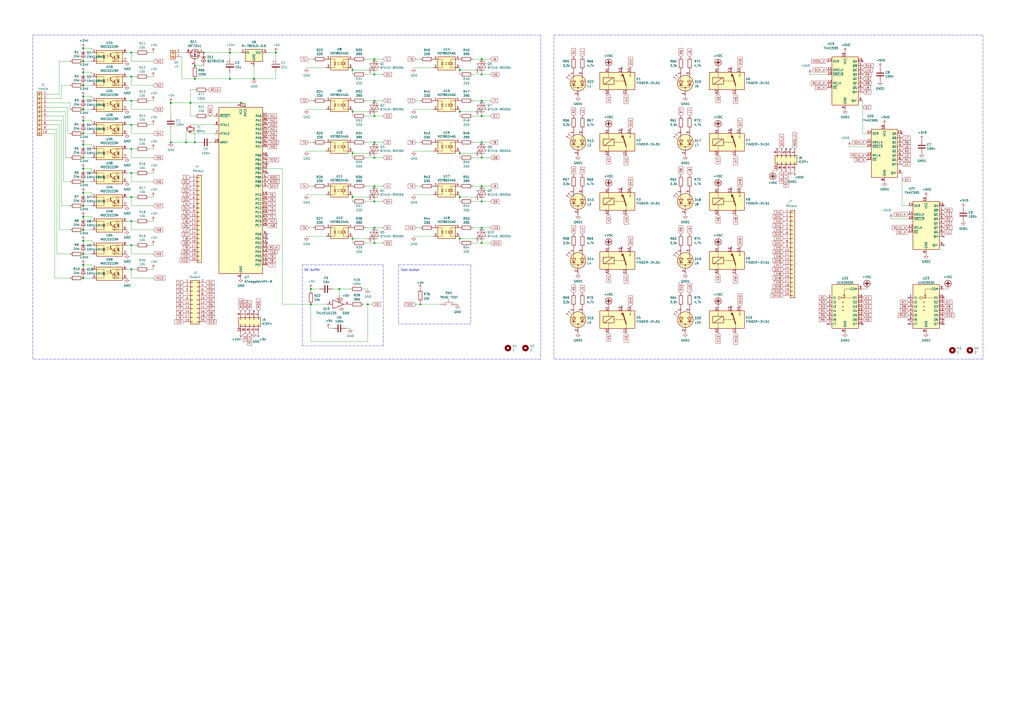
<source format=kicad_sch>
(kicad_sch (version 20211123) (generator eeschema)
  (paper "A2")
  (lib_symbols
    (symbol "74xGxx:74LVC1G125" (pin_names (offset 1.016))
      (property "Reference" "U" (at -2.54 3.81 0))
      (property "Value" "74LVC1G125" (at 0 -3.81 0))
      (symbol "74LVC1G125_1_1"
        (pin input inverted (at 0 5.08 270) (length 3.81) (name "~") (number "1"))
        (pin input line (at -7.62 0 0) (length 3.81) (name "~") (number "2"))
        (pin power_in line (at 1.27 -1.27 270) (length 0) hide (name "GND") (number "3"))
        (pin tri_state line (at 6.35 0 180) (length 3.81) (name "~") (number "4"))
        (pin power_in line (at 1.27 1.27 90) (length 0) hide (name "VCC") (number "5"))
      )
    )
    (symbol "74xx:74HC595"
      (property "Reference" "U" (at -7.62 13.97 0))
      (property "Value" "74HC595" (at -7.62 -16.51 0))
      (symbol "74HC595_1_0"
        (pin tri_state line (at 10.16 7.62 180) (length 2.54) (name "QB") (number "1"))
        (pin input line (at -10.16 2.54 0) (length 2.54) (name "~{SRCLR}") (number "10"))
        (pin input line (at -10.16 5.08 0) (length 2.54) (name "SRCLK") (number "11"))
        (pin input line (at -10.16 -2.54 0) (length 2.54) (name "RCLK") (number "12"))
        (pin input line (at -10.16 -5.08 0) (length 2.54) (name "~{OE}") (number "13"))
        (pin input line (at -10.16 10.16 0) (length 2.54) (name "SER") (number "14"))
        (pin tri_state line (at 10.16 10.16 180) (length 2.54) (name "QA") (number "15"))
        (pin power_in line (at 0 15.24 270) (length 2.54) (name "VCC") (number "16"))
        (pin tri_state line (at 10.16 5.08 180) (length 2.54) (name "QC") (number "2"))
        (pin tri_state line (at 10.16 2.54 180) (length 2.54) (name "QD") (number "3"))
        (pin tri_state line (at 10.16 0 180) (length 2.54) (name "QE") (number "4"))
        (pin tri_state line (at 10.16 -2.54 180) (length 2.54) (name "QF") (number "5"))
        (pin tri_state line (at 10.16 -5.08 180) (length 2.54) (name "QG") (number "6"))
        (pin tri_state line (at 10.16 -7.62 180) (length 2.54) (name "QH") (number "7"))
        (pin power_in line (at 0 -17.78 90) (length 2.54) (name "GND") (number "8"))
        (pin output line (at 10.16 -12.7 180) (length 2.54) (name "QH'") (number "9"))
      )
    )
    (symbol "Connector:Screw_Terminal_01x02" (pin_names (offset 1.016) hide)
      (property "Reference" "J" (at 0 2.54 0))
      (property "Value" "Screw_Terminal_01x02" (at 0 -5.08 0))
      (symbol "Screw_Terminal_01x02_1_1"
        (pin passive line (at -5.08 0 0) (length 3.81) (name "Pin_1") (number "1"))
        (pin passive line (at -5.08 -2.54 0) (length 3.81) (name "Pin_2") (number "2"))
      )
    )
    (symbol "Connector:Screw_Terminal_01x10" (pin_names (offset 1.016) hide)
      (property "Reference" "J" (at 0 12.7 0))
      (property "Value" "Screw_Terminal_01x10" (at 0 -15.24 0))
      (symbol "Screw_Terminal_01x10_1_1"
        (pin passive line (at -5.08 10.16 0) (length 3.81) (name "Pin_1") (number "1"))
        (pin passive line (at -5.08 -12.7 0) (length 3.81) (name "Pin_10") (number "10"))
        (pin passive line (at -5.08 7.62 0) (length 3.81) (name "Pin_2") (number "2"))
        (pin passive line (at -5.08 5.08 0) (length 3.81) (name "Pin_3") (number "3"))
        (pin passive line (at -5.08 2.54 0) (length 3.81) (name "Pin_4") (number "4"))
        (pin passive line (at -5.08 0 0) (length 3.81) (name "Pin_5") (number "5"))
        (pin passive line (at -5.08 -2.54 0) (length 3.81) (name "Pin_6") (number "6"))
        (pin passive line (at -5.08 -5.08 0) (length 3.81) (name "Pin_7") (number "7"))
        (pin passive line (at -5.08 -7.62 0) (length 3.81) (name "Pin_8") (number "8"))
        (pin passive line (at -5.08 -10.16 0) (length 3.81) (name "Pin_9") (number "9"))
      )
    )
    (symbol "Connector_Generic:Conn_01x20" (pin_names (offset 1.016) hide)
      (property "Reference" "J" (at 0 25.4 0))
      (property "Value" "Conn_01x20" (at 0 -27.94 0))
      (symbol "Conn_01x20_1_1"
        (pin passive line (at -5.08 22.86 0) (length 3.81) (name "Pin_1") (number "1"))
        (pin passive line (at -5.08 0 0) (length 3.81) (name "Pin_10") (number "10"))
        (pin passive line (at -5.08 -2.54 0) (length 3.81) (name "Pin_11") (number "11"))
        (pin passive line (at -5.08 -5.08 0) (length 3.81) (name "Pin_12") (number "12"))
        (pin passive line (at -5.08 -7.62 0) (length 3.81) (name "Pin_13") (number "13"))
        (pin passive line (at -5.08 -10.16 0) (length 3.81) (name "Pin_14") (number "14"))
        (pin passive line (at -5.08 -12.7 0) (length 3.81) (name "Pin_15") (number "15"))
        (pin passive line (at -5.08 -15.24 0) (length 3.81) (name "Pin_16") (number "16"))
        (pin passive line (at -5.08 -17.78 0) (length 3.81) (name "Pin_17") (number "17"))
        (pin passive line (at -5.08 -20.32 0) (length 3.81) (name "Pin_18") (number "18"))
        (pin passive line (at -5.08 -22.86 0) (length 3.81) (name "Pin_19") (number "19"))
        (pin passive line (at -5.08 20.32 0) (length 3.81) (name "Pin_2") (number "2"))
        (pin passive line (at -5.08 -25.4 0) (length 3.81) (name "Pin_20") (number "20"))
        (pin passive line (at -5.08 17.78 0) (length 3.81) (name "Pin_3") (number "3"))
        (pin passive line (at -5.08 15.24 0) (length 3.81) (name "Pin_4") (number "4"))
        (pin passive line (at -5.08 12.7 0) (length 3.81) (name "Pin_5") (number "5"))
        (pin passive line (at -5.08 10.16 0) (length 3.81) (name "Pin_6") (number "6"))
        (pin passive line (at -5.08 7.62 0) (length 3.81) (name "Pin_7") (number "7"))
        (pin passive line (at -5.08 5.08 0) (length 3.81) (name "Pin_8") (number "8"))
        (pin passive line (at -5.08 2.54 0) (length 3.81) (name "Pin_9") (number "9"))
      )
    )
    (symbol "Connector_Generic:Conn_02x05_Odd_Even" (pin_names (offset 1.016) hide)
      (property "Reference" "J" (at 1.27 7.62 0))
      (property "Value" "Conn_02x05_Odd_Even" (at 1.27 -7.62 0))
      (symbol "Conn_02x05_Odd_Even_1_1"
        (pin passive line (at -5.08 5.08 0) (length 3.81) (name "Pin_1") (number "1"))
        (pin passive line (at 7.62 -5.08 180) (length 3.81) (name "Pin_10") (number "10"))
        (pin passive line (at 7.62 5.08 180) (length 3.81) (name "Pin_2") (number "2"))
        (pin passive line (at -5.08 2.54 0) (length 3.81) (name "Pin_3") (number "3"))
        (pin passive line (at 7.62 2.54 180) (length 3.81) (name "Pin_4") (number "4"))
        (pin passive line (at -5.08 0 0) (length 3.81) (name "Pin_5") (number "5"))
        (pin passive line (at 7.62 0 180) (length 3.81) (name "Pin_6") (number "6"))
        (pin passive line (at -5.08 -2.54 0) (length 3.81) (name "Pin_7") (number "7"))
        (pin passive line (at 7.62 -2.54 180) (length 3.81) (name "Pin_8") (number "8"))
        (pin passive line (at -5.08 -5.08 0) (length 3.81) (name "Pin_9") (number "9"))
      )
    )
    (symbol "Connector_Generic:Conn_02x10_Odd_Even" (pin_names (offset 1.016) hide)
      (property "Reference" "J" (at 1.27 12.7 0))
      (property "Value" "Conn_02x10_Odd_Even" (at 1.27 -15.24 0))
      (symbol "Conn_02x10_Odd_Even_1_1"
        (pin passive line (at -5.08 10.16 0) (length 3.81) (name "Pin_1") (number "1"))
        (pin passive line (at 7.62 0 180) (length 3.81) (name "Pin_10") (number "10"))
        (pin passive line (at -5.08 -2.54 0) (length 3.81) (name "Pin_11") (number "11"))
        (pin passive line (at 7.62 -2.54 180) (length 3.81) (name "Pin_12") (number "12"))
        (pin passive line (at -5.08 -5.08 0) (length 3.81) (name "Pin_13") (number "13"))
        (pin passive line (at 7.62 -5.08 180) (length 3.81) (name "Pin_14") (number "14"))
        (pin passive line (at -5.08 -7.62 0) (length 3.81) (name "Pin_15") (number "15"))
        (pin passive line (at 7.62 -7.62 180) (length 3.81) (name "Pin_16") (number "16"))
        (pin passive line (at -5.08 -10.16 0) (length 3.81) (name "Pin_17") (number "17"))
        (pin passive line (at 7.62 -10.16 180) (length 3.81) (name "Pin_18") (number "18"))
        (pin passive line (at -5.08 -12.7 0) (length 3.81) (name "Pin_19") (number "19"))
        (pin passive line (at 7.62 10.16 180) (length 3.81) (name "Pin_2") (number "2"))
        (pin passive line (at 7.62 -12.7 180) (length 3.81) (name "Pin_20") (number "20"))
        (pin passive line (at -5.08 7.62 0) (length 3.81) (name "Pin_3") (number "3"))
        (pin passive line (at 7.62 7.62 180) (length 3.81) (name "Pin_4") (number "4"))
        (pin passive line (at -5.08 5.08 0) (length 3.81) (name "Pin_5") (number "5"))
        (pin passive line (at 7.62 5.08 180) (length 3.81) (name "Pin_6") (number "6"))
        (pin passive line (at -5.08 2.54 0) (length 3.81) (name "Pin_7") (number "7"))
        (pin passive line (at 7.62 2.54 180) (length 3.81) (name "Pin_8") (number "8"))
        (pin passive line (at -5.08 0 0) (length 3.81) (name "Pin_9") (number "9"))
      )
    )
    (symbol "Device:C" (pin_numbers hide) (pin_names (offset 0.254))
      (property "Reference" "C" (at 0.635 2.54 0))
      (property "Value" "C" (at 0.635 -2.54 0))
      (symbol "C_1_1"
        (pin passive line (at 0 3.81 270) (length 2.794) (name "~") (number "1"))
        (pin passive line (at 0 -3.81 90) (length 2.794) (name "~") (number "2"))
      )
    )
    (symbol "Device:C_Polarized" (pin_numbers hide) (pin_names (offset 0.254))
      (property "Reference" "C" (at 0.635 2.54 0))
      (property "Value" "C_Polarized" (at 0.635 -2.54 0))
      (symbol "C_Polarized_1_1"
        (pin passive line (at 0 3.81 270) (length 2.794) (name "~") (number "1"))
        (pin passive line (at 0 -3.81 90) (length 2.794) (name "~") (number "2"))
      )
    )
    (symbol "Device:Crystal_GND24_Small" (pin_names (offset 1.016) hide)
      (property "Reference" "Y" (at 1.27 4.445 0))
      (property "Value" "Crystal_GND24_Small" (at 1.27 2.54 0))
      (symbol "Crystal_GND24_Small_1_1"
        (pin passive line (at -2.54 0 0) (length 1.27) (name "1") (number "1"))
        (pin passive line (at 0 -2.54 90) (length 0.635) (name "2") (number "2"))
        (pin passive line (at 2.54 0 180) (length 1.27) (name "3") (number "3"))
        (pin passive line (at 0 2.54 270) (length 0.635) (name "4") (number "4"))
      )
    )
    (symbol "Device:LED_Dual_AKA" (pin_names (offset 0) hide)
      (property "Reference" "D" (at 0 5.715 0))
      (property "Value" "LED_Dual_AKA" (at 0 -6.35 0))
      (symbol "LED_Dual_AKA_1_1"
        (pin input line (at 7.62 2.54 180) (length 3.81) (name "A1") (number "1"))
        (pin input line (at -7.62 0 0) (length 3.048) (name "K") (number "2"))
        (pin input line (at 7.62 -2.54 180) (length 3.81) (name "A2") (number "3"))
      )
    )
    (symbol "Device:R" (pin_numbers hide) (pin_names (offset 0))
      (property "Reference" "R" (at 2.032 0 90))
      (property "Value" "R" (at 0 0 90))
      (symbol "R_1_1"
        (pin passive line (at 0 3.81 270) (length 1.27) (name "~") (number "1"))
        (pin passive line (at 0 -3.81 90) (length 1.27) (name "~") (number "2"))
      )
    )
    (symbol "Diode:1N4148WS" (pin_numbers hide) (pin_names (offset 1.016) hide)
      (property "Reference" "D" (at 0 2.54 0))
      (property "Value" "1N4148WS" (at 0 -2.54 0))
      (symbol "1N4148WS_1_1"
        (pin passive line (at -3.81 0 0) (length 2.54) (name "K") (number "1"))
        (pin passive line (at 3.81 0 180) (length 2.54) (name "A") (number "2"))
      )
    )
    (symbol "Isolator:TLP627-2" (pin_names (offset 1.016))
      (property "Reference" "U" (at -7.62 5.08 0))
      (property "Value" "TLP627-2" (at 0 5.08 0))
      (symbol "TLP627-2_1_1"
        (pin passive line (at -10.16 2.54 0) (length 2.54) (name "~") (number "1"))
        (pin passive line (at -10.16 -2.54 0) (length 2.54) (name "~") (number "2"))
        (pin passive line (at 10.16 -2.54 180) (length 2.54) (name "~") (number "7"))
        (pin passive line (at 10.16 2.54 180) (length 2.54) (name "~") (number "8"))
      )
      (symbol "TLP627-2_2_1"
        (pin passive line (at -10.16 2.54 0) (length 2.54) (name "~") (number "3"))
        (pin passive line (at -10.16 -2.54 0) (length 2.54) (name "~") (number "4"))
        (pin passive line (at 10.16 -2.54 180) (length 2.54) (name "~") (number "5"))
        (pin passive line (at 10.16 2.54 180) (length 2.54) (name "~") (number "6"))
      )
    )
    (symbol "MCU_Microchip_ATmega:ATmega644PA-M"
      (property "Reference" "U" (at -12.7 49.53 0))
      (property "Value" "ATmega644PA-M" (at 2.54 -49.53 0))
      (symbol "ATmega644PA-M_1_1"
        (pin bidirectional line (at 15.24 7.62 180) (length 2.54) (name "PB5") (number "1"))
        (pin bidirectional line (at 15.24 -27.94 180) (length 2.54) (name "PD1") (number "10"))
        (pin bidirectional line (at 15.24 -30.48 180) (length 2.54) (name "PD2") (number "11"))
        (pin bidirectional line (at 15.24 -33.02 180) (length 2.54) (name "PD3") (number "12"))
        (pin bidirectional line (at 15.24 -35.56 180) (length 2.54) (name "PD4") (number "13"))
        (pin bidirectional line (at 15.24 -38.1 180) (length 2.54) (name "PD5") (number "14"))
        (pin bidirectional line (at 15.24 -40.64 180) (length 2.54) (name "PD6") (number "15"))
        (pin bidirectional line (at 15.24 -43.18 180) (length 2.54) (name "PD7") (number "16"))
        (pin passive line (at 0 50.8 270) (length 2.54) hide (name "VCC") (number "17"))
        (pin passive line (at 0 -50.8 90) (length 2.54) hide (name "GND") (number "18"))
        (pin bidirectional line (at 15.24 -2.54 180) (length 2.54) (name "PC0") (number "19"))
        (pin bidirectional line (at 15.24 5.08 180) (length 2.54) (name "PB6") (number "2"))
        (pin bidirectional line (at 15.24 -5.08 180) (length 2.54) (name "PC1") (number "20"))
        (pin bidirectional line (at 15.24 -7.62 180) (length 2.54) (name "PC2") (number "21"))
        (pin bidirectional line (at 15.24 -10.16 180) (length 2.54) (name "PC3") (number "22"))
        (pin bidirectional line (at 15.24 -12.7 180) (length 2.54) (name "PC4") (number "23"))
        (pin bidirectional line (at 15.24 -15.24 180) (length 2.54) (name "PC5") (number "24"))
        (pin bidirectional line (at 15.24 -17.78 180) (length 2.54) (name "PC6") (number "25"))
        (pin bidirectional line (at 15.24 -20.32 180) (length 2.54) (name "PC7") (number "26"))
        (pin power_in line (at 2.54 50.8 270) (length 2.54) (name "AVCC") (number "27"))
        (pin passive line (at 0 -50.8 90) (length 2.54) hide (name "GND") (number "28"))
        (pin passive line (at -15.24 27.94 0) (length 2.54) (name "AREF") (number "29"))
        (pin bidirectional line (at 15.24 2.54 180) (length 2.54) (name "PB7") (number "3"))
        (pin bidirectional line (at 15.24 25.4 180) (length 2.54) (name "PA7") (number "30"))
        (pin bidirectional line (at 15.24 27.94 180) (length 2.54) (name "PA6") (number "31"))
        (pin bidirectional line (at 15.24 30.48 180) (length 2.54) (name "PA5") (number "32"))
        (pin bidirectional line (at 15.24 33.02 180) (length 2.54) (name "PA4") (number "33"))
        (pin bidirectional line (at 15.24 35.56 180) (length 2.54) (name "PA3") (number "34"))
        (pin bidirectional line (at 15.24 38.1 180) (length 2.54) (name "PA2") (number "35"))
        (pin bidirectional line (at 15.24 40.64 180) (length 2.54) (name "PA1") (number "36"))
        (pin bidirectional line (at 15.24 43.18 180) (length 2.54) (name "PA0") (number "37"))
        (pin passive line (at 0 50.8 270) (length 2.54) hide (name "VCC") (number "38"))
        (pin passive line (at 0 -50.8 90) (length 2.54) hide (name "GND") (number "39"))
        (pin input line (at -15.24 43.18 0) (length 2.54) (name "~{RESET}") (number "4"))
        (pin bidirectional line (at 15.24 20.32 180) (length 2.54) (name "PB0") (number "40"))
        (pin bidirectional line (at 15.24 17.78 180) (length 2.54) (name "PB1") (number "41"))
        (pin bidirectional line (at 15.24 15.24 180) (length 2.54) (name "PB2") (number "42"))
        (pin bidirectional line (at 15.24 12.7 180) (length 2.54) (name "PB3") (number "43"))
        (pin bidirectional line (at 15.24 10.16 180) (length 2.54) (name "PB4") (number "44"))
        (pin passive line (at 0 -50.8 90) (length 2.54) hide (name "GND") (number "45"))
        (pin power_in line (at 0 50.8 270) (length 2.54) (name "VCC") (number "5"))
        (pin power_in line (at 0 -50.8 90) (length 2.54) (name "GND") (number "6"))
        (pin output line (at -15.24 33.02 0) (length 2.54) (name "XTAL2") (number "7"))
        (pin input line (at -15.24 38.1 0) (length 2.54) (name "XTAL1") (number "8"))
        (pin bidirectional line (at 15.24 -25.4 180) (length 2.54) (name "PD0") (number "9"))
      )
    )
    (symbol "Mechanical:MountingHole" (pin_names (offset 1.016))
      (property "Reference" "H" (at 0 5.08 0))
      (property "Value" "MountingHole" (at 0 3.175 0))
    )
    (symbol "Regulator_Switching:R-78E5.0-0.5" (pin_names (offset 0.254))
      (property "Reference" "U" (at -3.81 3.175 0))
      (property "Value" "R-78E5.0-0.5" (at 0 3.175 0))
      (symbol "R-78E5.0-0.5_1_1"
        (pin power_in line (at -7.62 0 0) (length 2.54) (name "IN") (number "1"))
        (pin power_in line (at 0 -7.62 90) (length 2.54) (name "GND") (number "2"))
        (pin power_out line (at 7.62 0 180) (length 2.54) (name "OUT") (number "3"))
      )
    )
    (symbol "Relay:FINDER-34.51"
      (property "Reference" "K" (at 11.43 3.81 0))
      (property "Value" "FINDER-34.51" (at 11.43 1.27 0))
      (symbol "FINDER-34.51_1_1"
        (pin passive line (at 5.08 -7.62 90) (length 2.54) (name "~") (number "11"))
        (pin passive line (at 2.54 7.62 270) (length 2.54) (name "~") (number "12"))
        (pin passive line (at 7.62 7.62 270) (length 2.54) (name "~") (number "14"))
        (pin passive line (at -5.08 7.62 270) (length 2.54) (name "~") (number "A1"))
        (pin passive line (at -5.08 -7.62 90) (length 2.54) (name "~") (number "A2"))
      )
    )
    (symbol "Relay_SolidState:FODM3011"
      (property "Reference" "U" (at -5.08 5.08 0))
      (property "Value" "FODM3011" (at 0 5.08 0))
      (symbol "FODM3011_1_1"
        (pin passive line (at -7.62 2.54 0) (length 2.54) (name "~") (number "1"))
        (pin passive line (at -7.62 -2.54 0) (length 2.54) (name "~") (number "2"))
        (pin passive line (at 7.62 -2.54 180) (length 2.54) (name "~") (number "3"))
        (pin passive line (at 7.62 2.54 180) (length 2.54) (name "~") (number "4"))
      )
    )
    (symbol "Switch:SW_Push" (pin_numbers hide) (pin_names (offset 1.016) hide)
      (property "Reference" "SW" (at 1.27 2.54 0))
      (property "Value" "SW_Push" (at 0 -1.524 0))
      (symbol "SW_Push_0_1"
        (pin passive line (at -5.08 0 0) (length 2.54) (name "1") (number "1"))
        (pin passive line (at 5.08 0 180) (length 2.54) (name "2") (number "2"))
      )
    )
    (symbol "Transistor_Array:ULN2003A"
      (property "Reference" "U" (at 0 15.875 0))
      (property "Value" "ULN2003A" (at 0 13.97 0))
      (symbol "ULN2003A_1_1"
        (pin input line (at -10.16 5.08 0) (length 2.54) (name "I1") (number "1"))
        (pin open_collector line (at 10.16 -10.16 180) (length 2.54) (name "O7") (number "10"))
        (pin open_collector line (at 10.16 -7.62 180) (length 2.54) (name "O6") (number "11"))
        (pin open_collector line (at 10.16 -5.08 180) (length 2.54) (name "O5") (number "12"))
        (pin open_collector line (at 10.16 -2.54 180) (length 2.54) (name "O4") (number "13"))
        (pin open_collector line (at 10.16 0 180) (length 2.54) (name "O3") (number "14"))
        (pin open_collector line (at 10.16 2.54 180) (length 2.54) (name "O2") (number "15"))
        (pin open_collector line (at 10.16 5.08 180) (length 2.54) (name "O1") (number "16"))
        (pin input line (at -10.16 2.54 0) (length 2.54) (name "I2") (number "2"))
        (pin input line (at -10.16 0 0) (length 2.54) (name "I3") (number "3"))
        (pin input line (at -10.16 -2.54 0) (length 2.54) (name "I4") (number "4"))
        (pin input line (at -10.16 -5.08 0) (length 2.54) (name "I5") (number "5"))
        (pin input line (at -10.16 -7.62 0) (length 2.54) (name "I6") (number "6"))
        (pin input line (at -10.16 -10.16 0) (length 2.54) (name "I7") (number "7"))
        (pin power_in line (at 0 -15.24 90) (length 2.54) (name "GND") (number "8"))
        (pin passive line (at 10.16 10.16 180) (length 2.54) (name "COM") (number "9"))
      )
    )
    (symbol "Transistor_FET:IRF7404" (pin_names hide)
      (property "Reference" "Q" (at 5.08 1.905 0))
      (property "Value" "IRF7404" (at 5.08 0 0))
      (symbol "IRF7404_1_1"
        (pin passive line (at 2.54 -5.08 90) (length 2.54) (name "S") (number "1"))
        (pin passive line (at 2.54 -5.08 90) (length 2.54) hide (name "S") (number "2"))
        (pin passive line (at 2.54 -5.08 90) (length 2.54) hide (name "S") (number "3"))
        (pin passive line (at -5.08 0 0) (length 2.54) (name "G") (number "4"))
        (pin passive line (at 2.54 5.08 270) (length 2.54) hide (name "D") (number "5"))
        (pin passive line (at 2.54 5.08 270) (length 2.54) hide (name "D") (number "6"))
        (pin passive line (at 2.54 5.08 270) (length 2.54) hide (name "D") (number "7"))
        (pin passive line (at 2.54 5.08 270) (length 2.54) (name "D") (number "8"))
      )
    )
    (symbol "Triac_Thyristor:BTA16-800BW" (pin_names (offset 0))
      (property "Reference" "Q" (at 5.08 1.905 0))
      (property "Value" "BTA16-800BW" (at 5.08 0 0))
      (symbol "BTA16-800BW_1_1"
        (pin passive line (at 0 -3.81 90) (length 2.54) (name "A1") (number "1"))
        (pin passive line (at 0 3.81 270) (length 2.54) (name "A2") (number "2"))
        (pin input line (at -3.81 -2.54 0) (length 2.54) (name "G") (number "3"))
      )
    )
    (symbol "light-relay-module-rescue:BZX84Cxx-Diode" (pin_numbers hide) (pin_names (offset 1.016) hide)
      (property "Reference" "D" (at 0 2.54 0))
      (property "Value" "BZX84Cxx-Diode" (at 0 -2.54 0))
      (symbol "BZX84Cxx-Diode_1_1"
        (pin passive line (at -3.81 0 0) (length 2.54) (name "K") (number "1"))
        (pin passive line (at 3.81 0 180) (length 2.54) (name "A") (number "2"))
      )
    )
    (symbol "power:+24V" (power) (pin_names (offset 0))
      (property "Value" "+24V" (at 0 3.556 0))
      (symbol "+24V_1_1"
        (pin power_in line (at 0 0 90) (length 0) hide (name "+24V") (number "1"))
      )
    )
    (symbol "power:+5V" (power) (pin_names (offset 0))
      (property "Value" "+5V" (at 0 3.556 0))
      (symbol "+5V_1_1"
        (pin power_in line (at 0 0 90) (length 0) hide (name "+5V") (number "1"))
      )
    )
    (symbol "power:+5VD" (power) (pin_names (offset 0))
      (property "Value" "+5VD" (at 0 3.556 0))
      (symbol "+5VD_1_1"
        (pin power_in line (at 0 0 90) (length 0) hide (name "+5VD") (number "1"))
      )
    )
    (symbol "power:+VDC" (power) (pin_names (offset 0))
      (property "Value" "+VDC" (at 0 6.35 0))
      (symbol "+VDC_1_1"
        (pin power_in line (at 0 0 90) (length 0) hide (name "+VDC") (number "1"))
      )
    )
    (symbol "power:GND" (power) (pin_names (offset 0))
      (property "Value" "GND" (at 0 -3.81 0))
      (symbol "GND_1_1"
        (pin power_in line (at 0 0 270) (length 0) hide (name "GND") (number "1"))
      )
    )
    (symbol "power:GND1" (power) (pin_names (offset 0))
      (property "Value" "GND1" (at 0 -3.81 0))
      (symbol "GND1_1_1"
        (pin power_in line (at 0 0 270) (length 0) hide (name "GND1") (number "1"))
      )
    )
  )
  (junction (at 204.47 40.64))
  (junction (at 204.47 88.9))
  (junction (at 76.2 44.45))
  (junction (at 279.4 116.84))
  (junction (at 204.47 64.77))
  (junction (at 243.84 176.53))
  (junction (at 133.35 30.48))
  (junction (at 110.49 59.69))
  (junction (at 279.4 34.29))
  (junction (at 118.11 30.48))
  (junction (at 217.17 58.42))
  (junction (at 76.2 100.33))
  (junction (at 48.26 69.85))
  (junction (at 48.26 147.32))
  (junction (at 48.26 111.76))
  (junction (at 204.47 138.43))
  (junction (at 217.17 82.55))
  (junction (at 133.35 45.72))
  (junction (at 48.26 77.47))
  (junction (at 217.17 107.95))
  (junction (at 217.17 67.31))
  (junction (at 107.95 82.55))
  (junction (at 48.26 125.73))
  (junction (at 48.26 97.79))
  (junction (at 76.2 72.39))
  (junction (at 99.06 82.55))
  (junction (at 76.2 156.21))
  (junction (at 48.26 83.82))
  (junction (at 76.2 86.36))
  (junction (at 204.47 114.3))
  (junction (at 279.4 67.31))
  (junction (at 48.26 35.56))
  (junction (at 76.2 30.48))
  (junction (at 48.26 41.91))
  (junction (at 217.17 140.97))
  (junction (at 48.26 133.35))
  (junction (at 279.4 132.08))
  (junction (at 48.26 91.44))
  (junction (at 266.7 88.9))
  (junction (at 213.36 176.53))
  (junction (at 113.03 38.1))
  (junction (at 48.26 119.38))
  (junction (at 76.2 114.3))
  (junction (at 48.26 55.88))
  (junction (at 217.17 43.18))
  (junction (at 279.4 107.95))
  (junction (at 266.7 64.77))
  (junction (at 139.7 59.69))
  (junction (at 160.02 30.48))
  (junction (at 48.26 63.5))
  (junction (at 279.4 82.55))
  (junction (at 196.85 167.64))
  (junction (at 266.7 40.64))
  (junction (at 217.17 34.29))
  (junction (at 113.03 45.72))
  (junction (at 279.4 140.97))
  (junction (at 99.06 59.69))
  (junction (at 180.34 176.53))
  (junction (at 266.7 114.3))
  (junction (at 279.4 43.18))
  (junction (at 76.2 128.27))
  (junction (at 48.26 27.94))
  (junction (at 180.34 167.64))
  (junction (at 76.2 58.42))
  (junction (at 113.03 82.55))
  (junction (at 76.2 142.24))
  (junction (at 217.17 91.44))
  (junction (at 48.26 49.53))
  (junction (at 266.7 138.43))
  (junction (at 48.26 105.41))
  (junction (at 48.26 139.7))
  (junction (at 48.26 161.29))
  (junction (at 147.32 45.72))
  (junction (at 279.4 58.42))
  (junction (at 217.17 132.08))
  (junction (at 279.4 91.44))
  (junction (at 217.17 116.84))
  (junction (at 48.26 153.67))
  (no_connect (at 360.68 177.8))
  (no_connect (at 424.18 177.8))
  (no_connect (at 450.85 86.36))
  (no_connect (at 455.93 86.36))
  (no_connect (at 154.94 138.43))
  (no_connect (at 480.06 187.96))
  (no_connect (at 154.94 135.89))
  (no_connect (at 547.37 137.16))
  (no_connect (at 547.37 119.38))
  (no_connect (at 547.37 142.24))
  (no_connect (at 527.05 187.96))
  (no_connect (at 147.32 180.34))
  (no_connect (at 523.24 77.47))
  (no_connect (at 154.94 140.97))
  (no_connect (at 500.38 35.56))
  (no_connect (at 500.38 187.96))
  (no_connect (at 154.94 100.33))
  (no_connect (at 360.68 39.37))
  (no_connect (at 424.18 109.22))
  (no_connect (at 154.94 90.17))
  (no_connect (at 360.68 74.93))
  (no_connect (at 547.37 187.96))
  (no_connect (at 424.18 74.93))
  (no_connect (at 547.37 185.42))
  (no_connect (at 527.05 172.72))
  (no_connect (at 547.37 172.72))
  (no_connect (at 527.05 185.42))
  (no_connect (at 360.68 109.22))
  (no_connect (at 458.47 86.36))
  (no_connect (at 424.18 143.51))
  (no_connect (at 154.94 95.25))
  (no_connect (at 424.18 39.37))
  (no_connect (at 360.68 143.51))
  (wire (pts (xy 53.34 44.45) (xy 53.34 41.91)))
  (wire (pts (xy 217.17 67.31) (xy 222.25 67.31)))
  (wire (pts (xy 76.2 128.27) (xy 76.2 133.35)))
  (wire (pts (xy 147.32 45.72) (xy 160.02 45.72)))
  (wire (pts (xy 40.64 63.5) (xy 40.64 59.69)))
  (wire (pts (xy 266.7 64.77) (xy 266.7 63.5)))
  (wire (pts (xy 53.34 58.42) (xy 53.34 55.88)))
  (polyline (pts (xy 313.69 208.28) (xy 19.05 208.28)))
  (wire (pts (xy 113.03 74.93) (xy 113.03 82.55)))
  (wire (pts (xy 107.95 82.55) (xy 113.03 82.55)))
  (wire (pts (xy 266.7 138.43) (xy 266.7 140.97)))
  (wire (pts (xy 180.34 168.91) (xy 180.34 167.64)))
  (wire (pts (xy 523.24 100.33) (xy 523.24 119.38)))
  (polyline (pts (xy 222.25 153.67) (xy 222.25 200.66)))
  (wire (pts (xy 196.85 171.45) (xy 196.85 167.64)))
  (wire (pts (xy 177.8 87.63) (xy 189.23 87.63)))
  (wire (pts (xy 76.2 30.48) (xy 76.2 35.56)))
  (polyline (pts (xy 570.23 20.32) (xy 570.23 208.28)))
  (wire (pts (xy 53.34 83.82) (xy 48.26 83.82)))
  (wire (pts (xy 213.36 114.3) (xy 204.47 114.3)))
  (wire (pts (xy 34.29 72.39) (xy 27.94 72.39)))
  (wire (pts (xy 27.94 69.85) (xy 35.56 69.85)))
  (polyline (pts (xy 570.23 208.28) (xy 321.31 208.28)))
  (wire (pts (xy 274.32 58.42) (xy 279.4 58.42)))
  (wire (pts (xy 212.09 82.55) (xy 217.17 82.55)))
  (wire (pts (xy 274.32 67.31) (xy 279.4 67.31)))
  (wire (pts (xy 107.95 74.93) (xy 107.95 82.55)))
  (wire (pts (xy 35.56 49.53) (xy 40.64 49.53)))
  (wire (pts (xy 241.3 176.53) (xy 243.84 176.53)))
  (wire (pts (xy 110.49 77.47) (xy 124.46 77.47)))
  (wire (pts (xy 284.48 58.42) (xy 279.4 58.42)))
  (wire (pts (xy 500.38 58.42) (xy 500.38 77.47)))
  (polyline (pts (xy 175.26 200.66) (xy 175.26 153.67)))
  (wire (pts (xy 217.17 43.18) (xy 222.25 43.18)))
  (wire (pts (xy 105.41 30.48) (xy 107.95 30.48)))
  (wire (pts (xy 73.66 114.3) (xy 76.2 114.3)))
  (wire (pts (xy 39.37 77.47) (xy 40.64 77.47)))
  (wire (pts (xy 76.2 72.39) (xy 76.2 77.47)))
  (wire (pts (xy 86.36 58.42) (xy 88.9 58.42)))
  (wire (pts (xy 86.36 100.33) (xy 88.9 100.33)))
  (wire (pts (xy 275.59 40.64) (xy 266.7 40.64)))
  (wire (pts (xy 115.57 82.55) (xy 113.03 82.55)))
  (wire (pts (xy 86.36 128.27) (xy 88.9 128.27)))
  (wire (pts (xy 204.47 114.3) (xy 204.47 113.03)))
  (wire (pts (xy 76.2 44.45) (xy 76.2 49.53)))
  (wire (pts (xy 86.36 72.39) (xy 88.9 72.39)))
  (wire (pts (xy 266.7 40.64) (xy 266.7 43.18)))
  (wire (pts (xy 492.76 85.09) (xy 502.92 85.09)))
  (wire (pts (xy 133.35 41.91) (xy 133.35 45.72)))
  (wire (pts (xy 189.23 39.37) (xy 177.8 39.37)))
  (wire (pts (xy 251.46 39.37) (xy 240.03 39.37)))
  (polyline (pts (xy 273.05 153.67) (xy 273.05 187.96)))
  (wire (pts (xy 53.34 133.35) (xy 48.26 133.35)))
  (wire (pts (xy 76.2 142.24) (xy 78.74 142.24)))
  (wire (pts (xy 160.02 34.29) (xy 160.02 30.48)))
  (wire (pts (xy 113.03 45.72) (xy 133.35 45.72)))
  (wire (pts (xy 73.66 44.45) (xy 76.2 44.45)))
  (wire (pts (xy 48.26 105.41) (xy 53.34 105.41)))
  (wire (pts (xy 76.2 161.29) (xy 88.9 161.29)))
  (wire (pts (xy 76.2 58.42) (xy 76.2 63.5)))
  (wire (pts (xy 73.66 30.48) (xy 76.2 30.48)))
  (wire (pts (xy 76.2 114.3) (xy 78.74 114.3)))
  (wire (pts (xy 212.09 132.08) (xy 217.17 132.08)))
  (wire (pts (xy 190.5 190.5) (xy 193.04 190.5)))
  (wire (pts (xy 76.2 91.44) (xy 88.9 91.44)))
  (wire (pts (xy 35.56 119.38) (xy 40.64 119.38)))
  (wire (pts (xy 40.64 59.69) (xy 27.94 59.69)))
  (wire (pts (xy 73.66 128.27) (xy 76.2 128.27)))
  (wire (pts (xy 266.7 40.64) (xy 266.7 39.37)))
  (wire (pts (xy 275.59 114.3) (xy 266.7 114.3)))
  (wire (pts (xy 99.06 82.55) (xy 107.95 82.55)))
  (wire (pts (xy 86.36 30.48) (xy 88.9 30.48)))
  (wire (pts (xy 274.32 140.97) (xy 279.4 140.97)))
  (wire (pts (xy 213.36 176.53) (xy 213.36 198.12)))
  (wire (pts (xy 36.83 105.41) (xy 40.64 105.41)))
  (polyline (pts (xy 231.14 153.67) (xy 273.05 153.67)))
  (wire (pts (xy 180.34 176.53) (xy 163.83 176.53)))
  (wire (pts (xy 210.82 176.53) (xy 213.36 176.53)))
  (wire (pts (xy 86.36 142.24) (xy 88.9 142.24)))
  (wire (pts (xy 217.17 67.31) (xy 217.17 66.04)))
  (wire (pts (xy 516.89 127) (xy 527.05 127)))
  (wire (pts (xy 76.2 86.36) (xy 78.74 86.36)))
  (wire (pts (xy 99.06 82.55) (xy 99.06 74.93)))
  (wire (pts (xy 163.83 97.79) (xy 163.83 176.53)))
  (wire (pts (xy 274.32 116.84) (xy 279.4 116.84)))
  (wire (pts (xy 222.25 132.08) (xy 217.17 132.08)))
  (wire (pts (xy 274.32 34.29) (xy 279.4 34.29)))
  (wire (pts (xy 212.09 140.97) (xy 217.17 140.97)))
  (wire (pts (xy 53.34 161.29) (xy 48.26 161.29)))
  (wire (pts (xy 53.34 153.67) (xy 48.26 153.67)))
  (wire (pts (xy 86.36 44.45) (xy 88.9 44.45)))
  (wire (pts (xy 53.34 97.79) (xy 48.26 97.79)))
  (wire (pts (xy 177.8 113.03) (xy 189.23 113.03)))
  (wire (pts (xy 179.07 132.08) (xy 181.61 132.08)))
  (wire (pts (xy 34.29 133.35) (xy 34.29 72.39)))
  (wire (pts (xy 38.1 91.44) (xy 40.64 91.44)))
  (wire (pts (xy 35.56 69.85) (xy 35.56 119.38)))
  (wire (pts (xy 113.03 67.31) (xy 110.49 67.31)))
  (wire (pts (xy 48.26 63.5) (xy 53.34 63.5)))
  (wire (pts (xy 179.07 82.55) (xy 181.61 82.55)))
  (wire (pts (xy 76.2 128.27) (xy 78.74 128.27)))
  (wire (pts (xy 196.85 167.64) (xy 203.2 167.64)))
  (wire (pts (xy 48.26 35.56) (xy 53.34 35.56)))
  (wire (pts (xy 266.7 114.3) (xy 266.7 113.03)))
  (wire (pts (xy 73.66 142.24) (xy 76.2 142.24)))
  (wire (pts (xy 31.75 77.47) (xy 31.75 161.29)))
  (wire (pts (xy 217.17 140.97) (xy 217.17 139.7)))
  (wire (pts (xy 53.34 86.36) (xy 53.34 83.82)))
  (wire (pts (xy 279.4 43.18) (xy 279.4 41.91)))
  (wire (pts (xy 27.94 54.61) (xy 34.29 54.61)))
  (wire (pts (xy 27.94 77.47) (xy 31.75 77.47)))
  (wire (pts (xy 48.26 77.47) (xy 53.34 77.47)))
  (wire (pts (xy 222.25 82.55) (xy 217.17 82.55)))
  (wire (pts (xy 76.2 100.33) (xy 78.74 100.33)))
  (wire (pts (xy 53.34 55.88) (xy 48.26 55.88)))
  (wire (pts (xy 120.65 67.31) (xy 124.46 67.31)))
  (wire (pts (xy 99.06 59.69) (xy 110.49 59.69)))
  (wire (pts (xy 212.09 43.18) (xy 217.17 43.18)))
  (wire (pts (xy 213.36 176.53) (xy 215.9 176.53)))
  (wire (pts (xy 204.47 114.3) (xy 204.47 116.84)))
  (wire (pts (xy 241.3 82.55) (xy 243.84 82.55)))
  (wire (pts (xy 76.2 147.32) (xy 88.9 147.32)))
  (wire (pts (xy 48.26 119.38) (xy 53.34 119.38)))
  (wire (pts (xy 53.34 72.39) (xy 53.34 69.85)))
  (wire (pts (xy 448.31 99.06) (xy 450.85 99.06)))
  (wire (pts (xy 241.3 132.08) (xy 243.84 132.08)))
  (wire (pts (xy 213.36 138.43) (xy 204.47 138.43)))
  (wire (pts (xy 76.2 133.35) (xy 88.9 133.35)))
  (wire (pts (xy 217.17 91.44) (xy 222.25 91.44)))
  (wire (pts (xy 274.32 43.18) (xy 279.4 43.18)))
  (wire (pts (xy 53.34 139.7) (xy 48.26 139.7)))
  (polyline (pts (xy 231.14 153.67) (xy 231.14 187.96)))
  (wire (pts (xy 251.46 87.63) (xy 240.03 87.63)))
  (wire (pts (xy 222.25 107.95) (xy 217.17 107.95)))
  (wire (pts (xy 133.35 30.48) (xy 139.7 30.48)))
  (wire (pts (xy 212.09 91.44) (xy 217.17 91.44)))
  (wire (pts (xy 36.83 67.31) (xy 36.83 105.41)))
  (polyline (pts (xy 19.05 20.32) (xy 313.69 20.32)))
  (wire (pts (xy 34.29 35.56) (xy 40.64 35.56)))
  (wire (pts (xy 76.2 49.53) (xy 88.9 49.53)))
  (wire (pts (xy 500.38 77.47) (xy 502.92 77.47)))
  (wire (pts (xy 73.66 58.42) (xy 76.2 58.42)))
  (wire (pts (xy 73.66 86.36) (xy 76.2 86.36)))
  (wire (pts (xy 76.2 114.3) (xy 76.2 119.38)))
  (wire (pts (xy 105.41 45.72) (xy 105.41 33.02)))
  (wire (pts (xy 179.07 34.29) (xy 181.61 34.29)))
  (wire (pts (xy 241.3 58.42) (xy 243.84 58.42)))
  (polyline (pts (xy 19.05 208.28) (xy 19.05 20.32)))
  (wire (pts (xy 38.1 64.77) (xy 38.1 91.44)))
  (wire (pts (xy 53.34 100.33) (xy 53.34 97.79)))
  (wire (pts (xy 279.4 91.44) (xy 284.48 91.44)))
  (wire (pts (xy 27.94 67.31) (xy 36.83 67.31)))
  (wire (pts (xy 275.59 88.9) (xy 266.7 88.9)))
  (wire (pts (xy 118.11 38.1) (xy 113.03 38.1)))
  (wire (pts (xy 110.49 72.39) (xy 124.46 72.39)))
  (wire (pts (xy 549.91 167.64) (xy 547.37 167.64)))
  (wire (pts (xy 147.32 45.72) (xy 133.35 45.72)))
  (wire (pts (xy 251.46 63.5) (xy 240.03 63.5)))
  (wire (pts (xy 73.66 100.33) (xy 76.2 100.33)))
  (wire (pts (xy 212.09 58.42) (xy 217.17 58.42)))
  (wire (pts (xy 212.09 116.84) (xy 217.17 116.84)))
  (wire (pts (xy 180.34 198.12) (xy 213.36 198.12)))
  (wire (pts (xy 204.47 88.9) (xy 204.47 87.63)))
  (wire (pts (xy 212.09 67.31) (xy 217.17 67.31)))
  (wire (pts (xy 76.2 100.33) (xy 76.2 105.41)))
  (wire (pts (xy 76.2 44.45) (xy 78.74 44.45)))
  (wire (pts (xy 53.34 69.85) (xy 48.26 69.85)))
  (wire (pts (xy 160.02 45.72) (xy 160.02 41.91)))
  (wire (pts (xy 40.64 147.32) (xy 33.02 147.32)))
  (wire (pts (xy 217.17 140.97) (xy 222.25 140.97)))
  (wire (pts (xy 76.2 77.47) (xy 88.9 77.47)))
  (wire (pts (xy 266.7 114.3) (xy 266.7 116.84)))
  (wire (pts (xy 123.19 82.55) (xy 124.46 82.55)))
  (wire (pts (xy 204.47 138.43) (xy 204.47 140.97)))
  (wire (pts (xy 275.59 138.43) (xy 266.7 138.43)))
  (wire (pts (xy 76.2 86.36) (xy 76.2 91.44)))
  (polyline (pts (xy 321.31 208.28) (xy 321.31 20.32)))
  (wire (pts (xy 53.34 30.48) (xy 53.34 27.94)))
  (wire (pts (xy 266.7 64.77) (xy 266.7 67.31)))
  (wire (pts (xy 210.82 167.64) (xy 213.36 167.64)))
  (wire (pts (xy 279.4 140.97) (xy 279.4 139.7)))
  (wire (pts (xy 39.37 62.23) (xy 39.37 77.47)))
  (wire (pts (xy 284.48 107.95) (xy 279.4 107.95)))
  (wire (pts (xy 76.2 72.39) (xy 78.74 72.39)))
  (wire (pts (xy 193.04 167.64) (xy 196.85 167.64)))
  (wire (pts (xy 110.49 52.07) (xy 113.03 52.07)))
  (wire (pts (xy 53.34 156.21) (xy 53.34 153.67)))
  (wire (pts (xy 213.36 88.9) (xy 204.47 88.9)))
  (wire (pts (xy 76.2 142.24) (xy 76.2 147.32)))
  (polyline (pts (xy 313.69 20.32) (xy 313.69 208.28)))
  (wire (pts (xy 279.4 67.31) (xy 279.4 66.04)))
  (wire (pts (xy 279.4 91.44) (xy 279.4 90.17)))
  (wire (pts (xy 53.34 125.73) (xy 48.26 125.73)))
  (wire (pts (xy 200.66 190.5) (xy 203.2 190.5)))
  (wire (pts (xy 251.46 113.03) (xy 240.03 113.03)))
  (wire (pts (xy 217.17 116.84) (xy 222.25 116.84)))
  (wire (pts (xy 279.4 43.18) (xy 284.48 43.18)))
  (wire (pts (xy 177.8 137.16) (xy 189.23 137.16)))
  (wire (pts (xy 53.34 128.27) (xy 53.34 125.73)))
  (wire (pts (xy 154.94 97.79) (xy 163.83 97.79)))
  (wire (pts (xy 76.2 156.21) (xy 78.74 156.21)))
  (wire (pts (xy 118.11 30.48) (xy 133.35 30.48)))
  (wire (pts (xy 241.3 107.95) (xy 243.84 107.95)))
  (wire (pts (xy 284.48 82.55) (xy 279.4 82.55)))
  (wire (pts (xy 222.25 34.29) (xy 217.17 34.29)))
  (wire (pts (xy 99.06 67.31) (xy 99.06 59.69)))
  (wire (pts (xy 35.56 57.15) (xy 27.94 57.15)))
  (wire (pts (xy 266.7 88.9) (xy 266.7 91.44)))
  (wire (pts (xy 53.34 41.91) (xy 48.26 41.91)))
  (wire (pts (xy 469.9 43.18) (xy 480.06 43.18)))
  (wire (pts (xy 279.4 140.97) (xy 284.48 140.97)))
  (wire (pts (xy 217.17 43.18) (xy 217.17 41.91)))
  (wire (pts (xy 73.66 156.21) (xy 76.2 156.21)))
  (wire (pts (xy 76.2 119.38) (xy 88.9 119.38)))
  (wire (pts (xy 279.4 116.84) (xy 279.4 115.57)))
  (wire (pts (xy 217.17 116.84) (xy 217.17 115.57)))
  (wire (pts (xy 274.32 132.08) (xy 279.4 132.08)))
  (polyline (pts (xy 273.05 187.96) (xy 231.14 187.96)))
  (wire (pts (xy 105.41 45.72) (xy 113.03 45.72)))
  (wire (pts (xy 110.49 67.31) (xy 110.49 59.69)))
  (wire (pts (xy 86.36 86.36) (xy 88.9 86.36)))
  (wire (pts (xy 240.03 137.16) (xy 251.46 137.16)))
  (wire (pts (xy 180.34 176.53) (xy 189.23 176.53)))
  (wire (pts (xy 213.36 40.64) (xy 204.47 40.64)))
  (wire (pts (xy 40.64 133.35) (xy 34.29 133.35)))
  (polyline (pts (xy 222.25 200.66) (xy 175.26 200.66)))
  (wire (pts (xy 33.02 147.32) (xy 33.02 74.93)))
  (wire (pts (xy 133.35 34.29) (xy 133.35 30.48)))
  (wire (pts (xy 222.25 58.42) (xy 217.17 58.42)))
  (wire (pts (xy 35.56 49.53) (xy 35.56 57.15)))
  (wire (pts (xy 241.3 34.29) (xy 243.84 34.29)))
  (wire (pts (xy 275.59 64.77) (xy 266.7 64.77)))
  (wire (pts (xy 179.07 58.42) (xy 181.61 58.42)))
  (wire (pts (xy 76.2 105.41) (xy 88.9 105.41)))
  (wire (pts (xy 139.7 59.69) (xy 142.24 59.69)))
  (wire (pts (xy 110.49 59.69) (xy 139.7 59.69)))
  (wire (pts (xy 48.26 49.53) (xy 53.34 49.53)))
  (wire (pts (xy 266.7 138.43) (xy 266.7 137.16)))
  (wire (pts (xy 27.94 62.23) (xy 39.37 62.23)))
  (wire (pts (xy 523.24 119.38) (xy 527.05 119.38)))
  (wire (pts (xy 147.32 38.1) (xy 147.32 45.72)))
  (wire (pts (xy 76.2 58.42) (xy 78.74 58.42)))
  (wire (pts (xy 179.07 107.95) (xy 181.61 107.95)))
  (wire (pts (xy 76.2 35.56) (xy 88.9 35.56)))
  (wire (pts (xy 266.7 88.9) (xy 266.7 87.63)))
  (wire (pts (xy 76.2 63.5) (xy 88.9 63.5)))
  (wire (pts (xy 284.48 132.08) (xy 279.4 132.08)))
  (wire (pts (xy 34.29 54.61) (xy 34.29 35.56)))
  (wire (pts (xy 274.32 91.44) (xy 279.4 91.44)))
  (wire (pts (xy 279.4 67.31) (xy 284.48 67.31)))
  (wire (pts (xy 279.4 116.84) (xy 284.48 116.84)))
  (wire (pts (xy 212.09 107.95) (xy 217.17 107.95)))
  (wire (pts (xy 243.84 176.53) (xy 255.27 176.53)))
  (wire (pts (xy 217.17 91.44) (xy 217.17 90.17)))
  (wire (pts (xy 73.66 72.39) (xy 76.2 72.39)))
  (wire (pts (xy 86.36 114.3) (xy 88.9 114.3)))
  (polyline (pts (xy 321.31 20.32) (xy 570.23 20.32)))
  (wire (pts (xy 177.8 63.5) (xy 189.23 63.5)))
  (wire (pts (xy 53.34 114.3) (xy 53.34 111.76)))
  (wire (pts (xy 204.47 40.64) (xy 204.47 39.37)))
  (wire (pts (xy 212.09 34.29) (xy 217.17 34.29)))
  (wire (pts (xy 180.34 198.12) (xy 180.34 176.53)))
  (wire (pts (xy 204.47 138.43) (xy 204.47 137.16)))
  (wire (pts (xy 213.36 64.77) (xy 204.47 64.77)))
  (wire (pts (xy 86.36 156.21) (xy 88.9 156.21)))
  (wire (pts (xy 110.49 52.07) (xy 110.49 59.69)))
  (wire (pts (xy 274.32 107.95) (xy 279.4 107.95)))
  (wire (pts (xy 53.34 142.24) (xy 53.34 139.7)))
  (polyline (pts (xy 175.26 153.67) (xy 222.25 153.67)))
  (wire (pts (xy 204.47 88.9) (xy 204.47 91.44)))
  (wire (pts (xy 31.75 161.29) (xy 40.64 161.29)))
  (wire (pts (xy 27.94 64.77) (xy 38.1 64.77)))
  (wire (pts (xy 160.02 30.48) (xy 154.94 30.48)))
  (wire (pts (xy 204.47 40.64) (xy 204.47 43.18)))
  (wire (pts (xy 284.48 34.29) (xy 279.4 34.29)))
  (wire (pts (xy 33.02 74.93) (xy 27.94 74.93)))
  (wire (pts (xy 53.34 111.76) (xy 48.26 111.76)))
  (wire (pts (xy 53.34 27.94) (xy 48.26 27.94)))
  (wire (pts (xy 204.47 64.77) (xy 204.47 67.31)))
  (wire (pts (xy 48.26 91.44) (xy 53.34 91.44)))
  (wire (pts (xy 180.34 167.64) (xy 185.42 167.64)))
  (wire (pts (xy 204.47 64.77) (xy 204.47 63.5)))
  (wire (pts (xy 243.84 176.53) (xy 243.84 175.26)))
  (wire (pts (xy 76.2 30.48) (xy 78.74 30.48)))
  (wire (pts (xy 502.92 167.64) (xy 500.38 167.64)))
  (wire (pts (xy 76.2 156.21) (xy 76.2 161.29)))
  (wire (pts (xy 274.32 82.55) (xy 279.4 82.55)))
  (wire (pts (xy 53.34 147.32) (xy 48.26 147.32)))
  (text "OE buffer" (at 176.53 157.48 0) (effects (font (size 1.27 1.27)) (justify left bottom)))
  (text "Test button" (at 232.41 157.48 0) (effects (font (size 1.27 1.27)) (justify left bottom)))
  (global_label "K2" (shape input) (at 500.38 175.26 0) (property "Intersheet References" "${INTERSHEET_REFS}" (effects hide)))
  (global_label "OH10" (shape input) (at 429.26 177.8 90) (property "Intersheet References" "${INTERSHEET_REFS}" (effects hide)))
  (global_label "O1" (shape input) (at 110.49 105.41 180) (property "Intersheet References" "${INTERSHEET_REFS}" (effects hide)))
  (global_label "OE_H" (shape input) (at 502.92 92.71 180) (property "Intersheet References" "${INTERSHEET_REFS}" (effects hide)))
  (global_label "I9" (shape input) (at 110.49 143.51 180) (property "Intersheet References" "${INTERSHEET_REFS}" (effects hide)))
  (global_label "IN2" (shape input) (at 88.9 49.53 0) (property "Intersheet References" "${INTERSHEET_REFS}" (effects hide)))
  (global_label "I2" (shape input) (at 106.68 166.37 180) (property "Intersheet References" "${INTERSHEET_REFS}" (effects hide)))
  (global_label "L10" (shape input) (at 500.38 40.64 0) (property "Intersheet References" "${INTERSHEET_REFS}" (effects hide)))
  (global_label "R4" (shape input) (at 523.24 92.71 0) (property "Intersheet References" "${INTERSHEET_REFS}" (effects hide)))
  (global_label "IN4" (shape input) (at 88.9 77.47 0) (property "Intersheet References" "${INTERSHEET_REFS}" (effects hide)))
  (global_label "O6" (shape input) (at 110.49 130.81 180) (property "Intersheet References" "${INTERSHEET_REFS}" (effects hide)))
  (global_label "O7" (shape input) (at 284.48 67.31 0) (property "Intersheet References" "${INTERSHEET_REFS}" (effects hide)))
  (global_label "K4" (shape input) (at 353.06 158.75 270) (property "Intersheet References" "${INTERSHEET_REFS}" (effects hide)))
  (global_label "OH10" (shape input) (at 454.66 171.45 180) (property "Intersheet References" "${INTERSHEET_REFS}" (effects hide)))
  (global_label "R4" (shape input) (at 332.74 135.89 90) (property "Intersheet References" "${INTERSHEET_REFS}" (effects hide)))
  (global_label "O8" (shape input) (at 284.48 91.44 0) (property "Intersheet References" "${INTERSHEET_REFS}" (effects hide)))
  (global_label "RST" (shape input) (at 121.92 67.31 90) (property "Intersheet References" "${INTERSHEET_REFS}" (effects hide)))
  (global_label "L2" (shape input) (at 337.82 67.31 90) (property "Intersheet References" "${INTERSHEET_REFS}" (effects hide)))
  (global_label "O1" (shape input) (at 222.25 43.18 0) (property "Intersheet References" "${INTERSHEET_REFS}" (effects hide)))
  (global_label "L4" (shape input) (at 337.82 135.89 90) (property "Intersheet References" "${INTERSHEET_REFS}" (effects hide)))
  (global_label "OH9" (shape input) (at 429.26 143.51 90) (property "Intersheet References" "${INTERSHEET_REFS}" (effects hide)))
  (global_label "O10" (shape input) (at 119.38 186.69 0) (property "Intersheet References" "${INTERSHEET_REFS}" (effects hide)))
  (global_label "O2" (shape input) (at 222.25 67.31 0) (property "Intersheet References" "${INTERSHEET_REFS}" (effects hide)))
  (global_label "R6" (shape input) (at 523.24 82.55 0) (property "Intersheet References" "${INTERSHEET_REFS}" (effects hide)))
  (global_label "R2" (shape input) (at 332.74 67.31 90) (property "Intersheet References" "${INTERSHEET_REFS}" (effects hide)))
  (global_label "IH3" (shape input) (at 454.66 133.35 180) (property "Intersheet References" "${INTERSHEET_REFS}" (effects hide)))
  (global_label "IN4" (shape input) (at 154.94 74.93 0) (property "Intersheet References" "${INTERSHEET_REFS}" (effects hide)))
  (global_label "O8" (shape input) (at 110.49 140.97 180) (property "Intersheet References" "${INTERSHEET_REFS}" (effects hide)))
  (global_label "I9" (shape input) (at 106.68 184.15 180) (property "Intersheet References" "${INTERSHEET_REFS}" (effects hide)))
  (global_label "IH9" (shape input) (at 454.66 163.83 180) (property "Intersheet References" "${INTERSHEET_REFS}" (effects hide)))
  (global_label "IH10" (shape input) (at 426.72 193.04 270) (property "Intersheet References" "${INTERSHEET_REFS}" (effects hide)))
  (global_label "O6" (shape input) (at 284.48 43.18 0) (property "Intersheet References" "${INTERSHEET_REFS}" (effects hide)))
  (global_label "T10" (shape input) (at 241.3 132.08 180) (property "Intersheet References" "${INTERSHEET_REFS}" (effects hide)))
  (global_label "K6" (shape input) (at 500.38 185.42 0) (property "Intersheet References" "${INTERSHEET_REFS}" (effects hide)))
  (global_label "K2" (shape input) (at 353.06 90.17 270) (property "Intersheet References" "${INTERSHEET_REFS}" (effects hide)))
  (global_label "MOSI_H" (shape input) (at 461.01 86.36 90) (property "Intersheet References" "${INTERSHEET_REFS}" (effects hide)))
  (global_label "O3" (shape input) (at 222.25 91.44 0) (property "Intersheet References" "${INTERSHEET_REFS}" (effects hide)))
  (global_label "SCK" (shape input) (at 142.24 180.34 90) (property "Intersheet References" "${INTERSHEET_REFS}" (effects hide)))
  (global_label "T1" (shape input) (at 154.94 125.73 0) (property "Intersheet References" "${INTERSHEET_REFS}" (effects hide)))
  (global_label "O6" (shape input) (at 119.38 176.53 0) (property "Intersheet References" "${INTERSHEET_REFS}" (effects hide)))
  (global_label "L7" (shape input) (at 523.24 80.01 0) (property "Intersheet References" "${INTERSHEET_REFS}" (effects hide)))
  (global_label "RCLK" (shape input) (at 144.78 193.04 270) (property "Intersheet References" "${INTERSHEET_REFS}" (effects hide)))
  (global_label "SCK_H" (shape input) (at 453.39 86.36 90) (property "Intersheet References" "${INTERSHEET_REFS}" (effects hide)))
  (global_label "L3" (shape input) (at 337.82 101.6 90) (property "Intersheet References" "${INTERSHEET_REFS}" (effects hide)))
  (global_label "IN2" (shape input) (at 154.94 69.85 0) (property "Intersheet References" "${INTERSHEET_REFS}" (effects hide)))
  (global_label "IH7" (shape input) (at 454.66 153.67 180) (property "Intersheet References" "${INTERSHEET_REFS}" (effects hide)))
  (global_label "OH7" (shape input) (at 429.26 74.93 90) (property "Intersheet References" "${INTERSHEET_REFS}" (effects hide)))
  (global_label "I6" (shape input) (at 106.68 176.53 180) (property "Intersheet References" "${INTERSHEET_REFS}" (effects hide)))
  (global_label "OH6" (shape input) (at 454.66 151.13 180) (property "Intersheet References" "${INTERSHEET_REFS}" (effects hide)))
  (global_label "OH8" (shape input) (at 454.66 161.29 180) (property "Intersheet References" "${INTERSHEET_REFS}" (effects hide)))
  (global_label "L1" (shape input) (at 547.37 134.62 0) (property "Intersheet References" "${INTERSHEET_REFS}" (effects hide)))
  (global_label "K9" (shape input) (at 547.37 180.34 0) (property "Intersheet References" "${INTERSHEET_REFS}" (effects hide)))
  (global_label "IN8" (shape input) (at 88.9 133.35 0) (property "Intersheet References" "${INTERSHEET_REFS}" (effects hide)))
  (global_label "TEST" (shape input) (at 154.94 92.71 0) (property "Intersheet References" "${INTERSHEET_REFS}" (effects hide)))
  (global_label "OH2" (shape input) (at 365.76 74.93 90) (property "Intersheet References" "${INTERSHEET_REFS}" (effects hide)))
  (global_label "K3" (shape input) (at 500.38 177.8 0) (property "Intersheet References" "${INTERSHEET_REFS}" (effects hide)))
  (global_label "OH5" (shape input) (at 454.66 146.05 180) (property "Intersheet References" "${INTERSHEET_REFS}" (effects hide)))
  (global_label "T7" (shape input) (at 154.94 153.67 0) (property "Intersheet References" "${INTERSHEET_REFS}" (effects hide)))
  (global_label "MOSI_H" (shape input) (at 480.06 35.56 180) (property "Intersheet References" "${INTERSHEET_REFS}" (effects hide)))
  (global_label "IN6" (shape input) (at 88.9 105.41 0) (property "Intersheet References" "${INTERSHEET_REFS}" (effects hide)))
  (global_label "MOSI" (shape input) (at 154.94 102.87 0) (property "Intersheet References" "${INTERSHEET_REFS}" (effects hide)))
  (global_label "O9" (shape input) (at 284.48 116.84 0) (property "Intersheet References" "${INTERSHEET_REFS}" (effects hide)))
  (global_label "IN3" (shape input) (at 88.9 63.5 0) (property "Intersheet References" "${INTERSHEET_REFS}" (effects hide)))
  (global_label "R7" (shape input) (at 394.97 67.31 90) (property "Intersheet References" "${INTERSHEET_REFS}" (effects hide)))
  (global_label "I4" (shape input) (at 106.68 171.45 180) (property "Intersheet References" "${INTERSHEET_REFS}" (effects hide)))
  (global_label "R3" (shape input) (at 480.06 177.8 180) (property "Intersheet References" "${INTERSHEET_REFS}" (effects hide)))
  (global_label "O9" (shape input) (at 110.49 146.05 180) (property "Intersheet References" "${INTERSHEET_REFS}" (effects hide)))
  (global_label "RCLK_H" (shape input) (at 502.92 90.17 180) (property "Intersheet References" "${INTERSHEET_REFS}" (effects hide)))
  (global_label "I6" (shape input) (at 284.48 34.29 0) (property "Intersheet References" "${INTERSHEET_REFS}" (effects hide)))
  (global_label "R7" (shape input) (at 500.38 53.34 0) (property "Intersheet References" "${INTERSHEET_REFS}" (effects hide)))
  (global_label "R3" (shape input) (at 332.74 101.6 90) (property "Intersheet References" "${INTERSHEET_REFS}" (effects hide)))
  (global_label "K5" (shape input) (at 353.06 193.04 270) (property "Intersheet References" "${INTERSHEET_REFS}" (effects hide)))
  (global_label "L9" (shape input) (at 400.05 135.89 90) (property "Intersheet References" "${INTERSHEET_REFS}" (effects hide)))
  (global_label "OE_H" (shape input) (at 480.06 50.8 180) (property "Intersheet References" "${INTERSHEET_REFS}" (effects hide)))
  (global_label "R9" (shape input) (at 394.97 135.89 90) (property "Intersheet References" "${INTERSHEET_REFS}" (effects hide)))
  (global_label "R5" (shape input) (at 480.06 182.88 180) (property "Intersheet References" "${INTERSHEET_REFS}" (effects hide)))
  (global_label "I8" (shape input) (at 106.68 181.61 180) (property "Intersheet References" "${INTERSHEET_REFS}" (effects hide)))
  (global_label "T7" (shape input) (at 241.3 58.42 180) (property "Intersheet References" "${INTERSHEET_REFS}" (effects hide)))
  (global_label "O4" (shape input) (at 119.38 171.45 0) (property "Intersheet References" "${INTERSHEET_REFS}" (effects hide)))
  (global_label "IH6" (shape input) (at 454.66 148.59 180) (property "Intersheet References" "${INTERSHEET_REFS}" (effects hide)))
  (global_label "IN5" (shape input) (at 154.94 77.47 0) (property "Intersheet References" "${INTERSHEET_REFS}" (effects hide)))
  (global_label "TEST" (shape input) (at 241.3 176.53 180) (property "Intersheet References" "${INTERSHEET_REFS}" (effects hide)))
  (global_label "O7" (shape input) (at 110.49 135.89 180) (property "Intersheet References" "${INTERSHEET_REFS}" (effects hide)))
  (global_label "OE" (shape input) (at 215.9 176.53 0) (property "Intersheet References" "${INTERSHEET_REFS}" (effects hide)))
  (global_label "IN10" (shape input) (at 88.9 161.29 0) (property "Intersheet References" "${INTERSHEET_REFS}" (effects hide)))
  (global_label "IH6" (shape input) (at 426.72 54.61 270) (property "Intersheet References" "${INTERSHEET_REFS}" (effects hide)))
  (global_label "RST" (shape input) (at 144.78 180.34 90) (property "Intersheet References" "${INTERSHEET_REFS}" (effects hide)))
  (global_label "O5" (shape input) (at 119.38 173.99 0) (property "Intersheet References" "${INTERSHEET_REFS}" (effects hide)))
  (global_label "IH1" (shape input) (at 363.22 54.61 270) (property "Intersheet References" "${INTERSHEET_REFS}" (effects hide)))
  (global_label "I1" (shape input) (at 106.68 163.83 180) (property "Intersheet References" "${INTERSHEET_REFS}" (effects hide)))
  (global_label "K7" (shape input) (at 547.37 175.26 0) (property "Intersheet References" "${INTERSHEET_REFS}" (effects hide)))
  (global_label "IH3" (shape input) (at 363.22 124.46 270) (property "Intersheet References" "${INTERSHEET_REFS}" (effects hide)))
  (global_label "I7" (shape input) (at 110.49 133.35 180) (property "Intersheet References" "${INTERSHEET_REFS}" (effects hide)))
  (global_label "L5" (shape input) (at 523.24 90.17 0) (property "Intersheet References" "${INTERSHEET_REFS}" (effects hide)))
  (global_label "I5" (shape input) (at 110.49 123.19 180) (property "Intersheet References" "${INTERSHEET_REFS}" (effects hide)))
  (global_label "L8" (shape input) (at 500.38 50.8 0) (property "Intersheet References" "${INTERSHEET_REFS}" (effects hide)))
  (global_label "RCLK" (shape input) (at 120.65 52.07 0) (property "Intersheet References" "${INTERSHEET_REFS}" (effects hide)))
  (global_label "T3" (shape input) (at 154.94 120.65 0) (property "Intersheet References" "${INTERSHEET_REFS}" (effects hide)))
  (global_label "OH4" (shape input) (at 454.66 140.97 180) (property "Intersheet References" "${INTERSHEET_REFS}" (effects hide)))
  (global_label "T8" (shape input) (at 154.94 151.13 0) (property "Intersheet References" "${INTERSHEET_REFS}" (effects hide)))
  (global_label "T9" (shape input) (at 241.3 107.95 180) (property "Intersheet References" "${INTERSHEET_REFS}" (effects hide)))
  (global_label "O2" (shape input) (at 110.49 110.49 180) (property "Intersheet References" "${INTERSHEET_REFS}" (effects hide)))
  (global_label "I10" (shape input) (at 106.68 186.69 180) (property "Intersheet References" "${INTERSHEET_REFS}" (effects hide)))
  (global_label "L9" (shape input) (at 500.38 45.72 0) (property "Intersheet References" "${INTERSHEET_REFS}" (effects hide)))
  (global_label "IH10" (shape input) (at 454.66 168.91 180) (property "Intersheet References" "${INTERSHEET_REFS}" (effects hide)))
  (global_label "SCK" (shape input) (at 154.94 107.95 0) (property "Intersheet References" "${INTERSHEET_REFS}" (effects hide)))
  (global_label "R1" (shape input) (at 332.74 33.02 90) (property "Intersheet References" "${INTERSHEET_REFS}" (effects hide)))
  (global_label "OH7" (shape input) (at 454.66 156.21 180) (property "Intersheet References" "${INTERSHEET_REFS}" (effects hide)))
  (global_label "K10" (shape input) (at 416.56 193.04 270) (property "Intersheet References" "${INTERSHEET_REFS}" (effects hide)))
  (global_label "R2" (shape input) (at 480.06 175.26 180) (property "Intersheet References" "${INTERSHEET_REFS}" (effects hide)))
  (global_label "I7" (shape input) (at 106.68 179.07 180) (property "Intersheet References" "${INTERSHEET_REFS}" (effects hide)))
  (global_label "IH2" (shape input) (at 454.66 128.27 180) (property "Intersheet References" "${INTERSHEET_REFS}" (effects hide)))
  (global_label "I8" (shape input) (at 110.49 138.43 180) (property "Intersheet References" "${INTERSHEET_REFS}" (effects hide)))
  (global_label "IN8" (shape input) (at 154.94 130.81 0) (property "Intersheet References" "${INTERSHEET_REFS}" (effects hide)))
  (global_label "I5" (shape input) (at 106.68 173.99 180) (property "Intersheet References" "${INTERSHEET_REFS}" (effects hide)))
  (global_label "T3" (shape input) (at 179.07 82.55 180) (property "Intersheet References" "${INTERSHEET_REFS}" (effects hide)))
  (global_label "R6" (shape input) (at 480.06 185.42 180) (property "Intersheet References" "${INTERSHEET_REFS}" (effects hide)))
  (global_label "L10" (shape input) (at 400.05 170.18 90) (property "Intersheet References" "${INTERSHEET_REFS}" (effects hide)))
  (global_label "RCLK" (shape input) (at 154.94 143.51 0) (property "Intersheet References" "${INTERSHEET_REFS}" (effects hide)))
  (global_label "T8" (shape input) (at 241.3 82.55 180) (property "Intersheet References" "${INTERSHEET_REFS}" (effects hide)))
  (global_label "I3" (shape input) (at 222.25 82.55 0) (property "Intersheet References" "${INTERSHEET_REFS}" (effects hide)))
  (global_label "O1" (shape input) (at 119.38 163.83 0) (property "Intersheet References" "${INTERSHEET_REFS}" (effects hide)))
  (global_label "K10" (shape input) (at 547.37 182.88 0) (property "Intersheet References" "${INTERSHEET_REFS}" (effects hide)))
  (global_label "T6" (shape input) (at 154.94 113.03 0) (property "Intersheet References" "${INTERSHEET_REFS}" (effects hide)))
  (global_label "K5" (shape input) (at 500.38 182.88 0) (property "Intersheet References" "${INTERSHEET_REFS}" (effects hide)))
  (global_label "I2" (shape input) (at 222.25 58.42 0) (property "Intersheet References" "${INTERSHEET_REFS}" (effects hide)))
  (global_label "OH1" (shape input) (at 365.76 39.37 90) (property "Intersheet References" "${INTERSHEET_REFS}" (effects hide)))
  (global_label "IH4" (shape input) (at 363.22 158.75 270) (property "Intersheet References" "${INTERSHEET_REFS}" (effects hide)))
  (global_label "SCK_H" (shape input) (at 502.92 82.55 180) (property "Intersheet References" "${INTERSHEET_REFS}" (effects hide)))
  (global_label "T6" (shape input) (at 241.3 34.29 180) (property "Intersheet References" "${INTERSHEET_REFS}" (effects hide)))
  (global_label "L6" (shape input) (at 523.24 85.09 0) (property "Intersheet References" "${INTERSHEET_REFS}" (effects hide)))
  (global_label "IN6" (shape input) (at 154.94 80.01 0) (property "Intersheet References" "${INTERSHEET_REFS}" (effects hide)))
  (global_label "L1" (shape input) (at 337.82 33.02 90) (property "Intersheet References" "${INTERSHEET_REFS}" (effects hide)))
  (global_label "T5" (shape input) (at 154.94 115.57 0) (property "Intersheet References" "${INTERSHEET_REFS}" (effects hide)))
  (global_label "I5" (shape input) (at 222.25 132.08 0) (property "Intersheet References" "${INTERSHEET_REFS}" (effects hide)))
  (global_label "R3" (shape input) (at 547.37 121.92 0) (property "Intersheet References" "${INTERSHEET_REFS}" (effects hide)))
  (global_label "I3" (shape input) (at 106.68 168.91 180) (property "Intersheet References" "${INTERSHEET_REFS}" (effects hide)))
  (global_label "MISO" (shape input) (at 139.7 180.34 90) (property "Intersheet References" "${INTERSHEET_REFS}" (effects hide)))
  (global_label "R10" (shape input) (at 394.97 170.18 90) (property "Intersheet References" "${INTERSHEET_REFS}" (effects hide)))
  (global_label "K8" (shape input) (at 547.37 177.8 0) (property "Intersheet References" "${INTERSHEET_REFS}" (effects hide)))
  (global_label "S1" (shape input) (at 500.38 62.23 0) (property "Intersheet References" "${INTERSHEET_REFS}" (effects hide)))
  (global_label "O3" (shape input) (at 119.38 168.91 0) (property "Intersheet References" "${INTERSHEET_REFS}" (effects hide)))
  (global_label "O4" (shape input) (at 222.25 116.84 0) (property "Intersheet References" "${INTERSHEET_REFS}" (effects hide)))
  (global_label "IN3" (shape input) (at 154.94 72.39 0) (property "Intersheet References" "${INTERSHEET_REFS}" (effects hide)))
  (global_label "I9" (shape input) (at 284.48 107.95 0) (property "Intersheet References" "${INTERSHEET_REFS}" (effects hide)))
  (global_label "R8" (shape input) (at 500.38 48.26 0) (property "Intersheet References" "${INTERSHEET_REFS}" (effects hide)))
  (global_label "L4" (shape input) (at 523.24 95.25 0) (property "Intersheet References" "${INTERSHEET_REFS}" (effects hide)))
  (global_label "R1" (shape input) (at 480.06 172.72 180) (property "Intersheet References" "${INTERSHEET_REFS}" (effects hide)))
  (global_label "I2" (shape input) (at 110.49 107.95 180) (property "Intersheet References" "${INTERSHEET_REFS}" (effects hide)))
  (global_label "R5" (shape input) (at 523.24 87.63 0) (property "Intersheet References" "${INTERSHEET_REFS}" (effects hide)))
  (global_label "L3" (shape input) (at 547.37 124.46 0) (property "Intersheet References" "${INTERSHEET_REFS}" (effects hide)))
  (global_label "O10" (shape input) (at 110.49 151.13 180) (property "Intersheet References" "${INTERSHEET_REFS}" (effects hide)))
  (global_label "OE_H" (shape input) (at 453.39 99.06 270) (property "Intersheet References" "${INTERSHEET_REFS}" (effects hide)))
  (global_label "O2" (shape input) (at 119.38 166.37 0) (property "Intersheet References" "${INTERSHEET_REFS}" (effects hide)))
  (global_label "OH8" (shape input) (at 429.26 109.22 90) (property "Intersheet References" "${INTERSHEET_REFS}" (effects hide)))
  (global_label "IN7" (shape input) (at 88.9 119.38 0) (property "Intersheet References" "${INTERSHEET_REFS}" (effects hide)))
  (global_label "I1" (shape input) (at 110.49 102.87 180) (property "Intersheet References" "${INTERSHEET_REFS}" (effects hide)))
  (global_label "R2" (shape input) (at 547.37 127 0) (property "Intersheet References" "${INTERSHEET_REFS}" (effects hide)))
  (global_label "I6" (shape input) (at 110.49 128.27 180) (property "Intersheet References" "${INTERSHEET_REFS}" (effects hide)))
  (global_label "IN7" (shape input) (at 154.94 128.27 0) (property "Intersheet References" "${INTERSHEET_REFS}" (effects hide)))
  (global_label "K9" (shape input) (at 416.56 158.75 270) (property "Intersheet References" "${INTERSHEET_REFS}" (effects hide)))
  (global_label "SCK_H" (shape input) (at 480.06 40.64 180) (property "Intersheet References" "${INTERSHEET_REFS}" (effects hide)))
  (global_label "IN9" (shape input) (at 88.9 147.32 0) (property "Intersheet References" "${INTERSHEET_REFS}" (effects hide)))
  (global_label "OH3" (shape input) (at 454.66 135.89 180) (property "Intersheet References" "${INTERSHEET_REFS}" (effects hide)))
  (global_label "K3" (shape input) (at 353.06 124.46 270) (property "Intersheet References" "${INTERSHEET_REFS}" (effects hide)))
  (global_label "IN5" (shape input) (at 88.9 91.44 0) (property "Intersheet References" "${INTERSHEET_REFS}" (effects hide)))
  (global_label "IN9" (shape input) (at 154.94 85.09 0) (property "Intersheet References" "${INTERSHEET_REFS}" (effects hide)))
  (global_label "I4" (shape input) (at 222.25 107.95 0) (property "Intersheet References" "${INTERSHEET_REFS}" (effects hide)))
  (global_label "L6" (shape input) (at 400.05 33.02 90) (property "Intersheet References" "${INTERSHEET_REFS}" (effects hide)))
  (global_label "RCLK_H" (shape input) (at 455.93 99.06 270) (property "Intersheet References" "${INTERSHEET_REFS}" (effects hide)))
  (global_label "O3" (shape input) (at 110.49 115.57 180) (property "Intersheet References" "${INTERSHEET_REFS}" (effects hide)))
  (global_label "I3" (shape input) (at 110.49 113.03 180) (property "Intersheet References" "${INTERSHEET_REFS}" (effects hide)))
  (global_label "IH8" (shape input) (at 426.72 124.46 270) (property "Intersheet References" "${INTERSHEET_REFS}" (effects hide)))
  (global_label "L8" (shape input) (at 400.05 101.6 90) (property "Intersheet References" "${INTERSHEET_REFS}" (effects hide)))
  (global_label "I10" (shape input) (at 110.49 148.59 180) (property "Intersheet References" "${INTERSHEET_REFS}" (effects hide)))
  (global_label "O8" (shape input) (at 119.38 181.61 0) (property "Intersheet References" "${INTERSHEET_REFS}" (effects hide)))
  (global_label "R10" (shape input) (at 527.05 182.88 180) (property "Intersheet References" "${INTERSHEET_REFS}" (effects hide)))
  (global_label "O5" (shape input) (at 110.49 125.73 180) (property "Intersheet References" "${INTERSHEET_REFS}" (effects hide)))
  (global_label "T2" (shape input) (at 179.07 58.42 180) (property "Intersheet References" "${INTERSHEET_REFS}" (effects hide)))
  (global_label "K6" (shape input) (at 416.56 54.61 270) (property "Intersheet References" "${INTERSHEET_REFS}" (effects hide)))
  (global_label "RCLK_H" (shape input) (at 527.05 132.08 180) (property "Intersheet References" "${INTERSHEET_REFS}" (effects hide)))
  (global_label "O10" (shape input) (at 284.48 140.97 0) (property "Intersheet References" "${INTERSHEET_REFS}" (effects hide)))
  (global_label "T4" (shape input) (at 179.07 107.95 180) (property "Intersheet References" "${INTERSHEET_REFS}" (effects hide)))
  (global_label "R8" (shape input) (at 527.05 177.8 180) (property "Intersheet References" "${INTERSHEET_REFS}" (effects hide)))
  (global_label "IN1" (shape input) (at 88.9 35.56 0) (property "Intersheet References" "${INTERSHEET_REFS}" (effects hide)))
  (global_label "OH1" (shape input) (at 454.66 125.73 180) (property "Intersheet References" "${INTERSHEET_REFS}" (effects hide)))
  (global_label "L7" (shape input) (at 400.05 67.31 90) (property "Intersheet References" "${INTERSHEET_REFS}" (effects hide)))
  (global_label "T2" (shape input) (at 154.94 123.19 0) (property "Intersheet References" "${INTERSHEET_REFS}" (effects hide)))
  (global_label "OE_H" (shape input) (at 527.05 134.62 180) (property "Intersheet References" "${INTERSHEET_REFS}" (effects hide)))
  (global_label "O5" (shape input) (at 222.25 140.97 0) (property "Intersheet References" "${INTERSHEET_REFS}" (effects hide)))
  (global_label "RCLK_H" (shape input) (at 480.06 48.26 180) (property "Intersheet References" "${INTERSHEET_REFS}" (effects hide)))
  (global_label "OH5" (shape input) (at 365.76 177.8 90) (property "Intersheet References" "${INTERSHEET_REFS}" (effects hide)))
  (global_label "L5" (shape input) (at 337.82 170.18 90) (property "Intersheet References" "${INTERSHEET_REFS}" (effects hide)))
  (global_label "IH8" (shape input) (at 454.66 158.75 180) (property "Intersheet References" "${INTERSHEET_REFS}" (effects hide)))
  (global_label "K4" (shape input) (at 500.38 180.34 0) (property "Intersheet References" "${INTERSHEET_REFS}" (effects hide)))
  (global_label "S2" (shape input) (at 523.24 104.14 0) (property "Intersheet References" "${INTERSHEET_REFS}" (effects hide)))
  (global_label "OE" (shape input) (at 142.24 193.04 270) (property "Intersheet References" "${INTERSHEET_REFS}" (effects hide)))
  (global_label "T9" (shape input) (at 154.94 148.59 0) (property "Intersheet References" "${INTERSHEET_REFS}" (effects hide)))
  (global_label "O9" (shape input) (at 119.38 184.15 0) (property "Intersheet References" "${INTERSHEET_REFS}" (effects hide)))
  (global_label "MISO" (shape input) (at 154.94 105.41 0) (property "Intersheet References" "${INTERSHEET_REFS}" (effects hide)))
  (global_label "OH9" (shape input) (at 454.66 166.37 180) (property "Intersheet References" "${INTERSHEET_REFS}" (effects hide)))
  (global_label "R7" (shape input) (at 527.05 175.26 180) (property "Intersheet References" "${INTERSHEET_REFS}" (effects hide)))
  (global_label "I10" (shape input) (at 284.48 132.08 0) (property "Intersheet References" "${INTERSHEET_REFS}" (effects hide)))
  (global_label "IH5" (shape input) (at 363.22 193.04 270) (property "Intersheet References" "${INTERSHEET_REFS}" (effects hide)))
  (global_label "T1" (shape input) (at 179.07 34.29 180) (property "Intersheet References" "${INTERSHEET_REFS}" (effects hide)))
  (global_label "IH1" (shape input) (at 454.66 123.19 180) (property "Intersheet References" "${INTERSHEET_REFS}" (effects hide)))
  (global_label "R6" (shape input) (at 394.97 33.02 90) (property "Intersheet References" "${INTERSHEET_REFS}" (effects hide)))
  (global_label "OH4" (shape input) (at 365.76 143.51 90) (property "Intersheet References" "${INTERSHEET_REFS}" (effects hide)))
  (global_label "T5" (shape input) (at 179.07 132.08 180) (property "Intersheet References" "${INTERSHEET_REFS}" (effects hide)))
  (global_label "T10" (shape input) (at 154.94 146.05 0) (property "Intersheet References" "${INTERSHEET_REFS}" (effects hide)))
  (global_label "O7" (shape input) (at 119.38 179.07 0) (property "Intersheet References" "${INTERSHEET_REFS}" (effects hide)))
  (global_label "K7" (shape input) (at 416.56 90.17 270) (property "Intersheet References" "${INTERSHEET_REFS}" (effects hide)))
  (global_label "I1" (shape input) (at 222.25 34.29 0) (property "Intersheet References" "${INTERSHEET_REFS}" (effects hide)))
  (global_label "OH2" (shape input) (at 454.66 130.81 180) (property "Intersheet References" "${INTERSHEET_REFS}" (effects hide)))
  (global_label "IN10" (shape input) (at 154.94 82.55 0) (property "Intersheet References" "${INTERSHEET_REFS}" (effects hide)))
  (global_label "OH6" (shape input) (at 429.26 39.37 90) (property "Intersheet References" "${INTERSHEET_REFS}" (effects hide)))
  (global_label "I4" (shape input) (at 110.49 118.11 180) (property "Intersheet References" "${INTERSHEET_REFS}" (effects hide)))
  (global_label "R9" (shape input) (at 527.05 180.34 180) (property "Intersheet References" "${INTERSHEET_REFS}" (effects hide)))
  (global_label "IH5" (shape input) (at 454.66 143.51 180) (property "Intersheet References" "${INTERSHEET_REFS}" (effects hide)))
  (global_label "IH4" (shape input) (at 454.66 138.43 180) (property "Intersheet References" "${INTERSHEET_REFS}" (effects hide)))
  (global_label "OH3" (shape input) (at 365.76 109.22 90) (property "Intersheet References" "${INTERSHEET_REFS}" (effects hide)))
  (global_label "L2" (shape input) (at 547.37 129.54 0) (property "Intersheet References" "${INTERSHEET_REFS}" (effects hide)))
  (global_label "R9" (shape input) (at 500.38 43.18 0) (property "Intersheet References" "${INTERSHEET_REFS}" (effects hide)))
  (global_label "R4" (shape input) (at 480.06 180.34 180) (property "Intersheet References" "${INTERSHEET_REFS}" (effects hide)))
  (global_label "IH7" (shape input) (at 426.72 90.17 270) (property "Intersheet References" "${INTERSHEET_REFS}" (effects hide)))
  (global_label "R1" (shape input) (at 547.37 132.08 0) (property "Intersheet References" "${INTERSHEET_REFS}" (effects hide)))
  (global_label "R5" (shape input) (at 332.74 170.18 90) (property "Intersheet References" "${INTERSHEET_REFS}" (effects hide)))
  (global_label "K1" (shape input) (at 500.38 172.72 0) (property "Intersheet References" "${INTERSHEET_REFS}" (effects hide)))
  (global_label "T4" (shape input) (at 154.94 118.11 0) (property "Intersheet References" "${INTERSHEET_REFS}" (effects hide)))
  (global_label "IN1" (shape input) (at 154.94 67.31 0) (property "Intersheet References" "${INTERSHEET_REFS}" (effects hide)))
  (global_label "K8" (shape input) (at 416.56 124.46 270) (property "Intersheet References" "${INTERSHEET_REFS}" (effects hide)))
  (global_label "I8" (shape input) (at 284.48 82.55 0) (property "Intersheet References" "${INTERSHEET_REFS}" (effects hide)))
  (global_label "IH2" (shape input) (at 363.22 90.17 270) (property "Intersheet References" "${INTERSHEET_REFS}" (effects hide)))
  (global_label "R8" (shape input) (at 394.97 101.6 90) (property "Intersheet References" "${INTERSHEET_REFS}" (effects hide)))
  (global_label "R10" (shape input) (at 500.38 38.1 0) (property "Intersheet References" "${INTERSHEET_REFS}" (effects hide)))
  (global_label "IH9" (shape input) (at 426.72 158.75 270) (property "Intersheet References" "${INTERSHEET_REFS}" (effects hide)))
  (global_label "O4" (shape input) (at 110.49 120.65 180) (property "Intersheet References" "${INTERSHEET_REFS}" (effects hide)))
  (global_label "I7" (shape input) (at 284.48 58.42 0) (property "Intersheet References" "${INTERSHEET_REFS}" (effects hide)))
  (global_label "MOSI" (shape input) (at 149.86 180.34 90) (property "Intersheet References" "${INTERSHEET_REFS}" (effects hide)))
  (global_label "K1" (shape input) (at 353.06 54.61 270) (property "Intersheet References" "${INTERSHEET_REFS}" (effects hide)))
  (global_label "SCK_H" (shape input) (at 527.05 124.46 180) (property "Intersheet References" "${INTERSHEET_REFS}" (effects hide)))
  (symbol (lib_id "Connector:Screw_Terminal_01x10") (at 22.86 64.77 0) (mirror y) (unit 1)
    (property "Reference" "J1" (at 24.9428 49.0982 0))
    (property "Value" "Inputs" (at 24.9428 51.4096 0))
    (property "Footprint" "DG141:DG141R-10P" (effects hide))
  )
  (symbol (lib_id "Connector:Screw_Terminal_01x02") (at 100.33 33.02 180) (unit 1)
    (property "Reference" "J2" (at 102.4128 38.5318 0))
    (property "Value" "DC" (at 102.4128 36.2204 0))
    (property "Footprint" "TerminalBlock_Phoenix:TerminalBlock_Phoenix_MKDS-1,5-2_1x02_P5.00mm_Horizontal" (effects hide))
  )
  (symbol (lib_id "Isolator:TLP627-2") (at 63.5 33.02 0) (unit 1)
    (property "Reference" "U1" (at 63.5 24.765 0))
    (property "Value" "MOCD223M" (at 63.5 27.0764 0))
    (property "Footprint" "Package_SO:SO-8_3.9x4.9mm_P1.27mm" (effects hide))
    (property "Datasheet" "https://toshiba.semicon-storage.com/info/docget.jsp?did=16914&prodName=TLP627" (effects hide))
  )
  (symbol (lib_id "Isolator:TLP627-2") (at 63.5 46.99 0) (unit 2)
    (property "Reference" "U1" (at 63.5 38.735 0))
    (property "Value" "MOCD223M" (at 63.5 41.0464 0))
    (property "Footprint" "Package_SO:SO-8_3.9x4.9mm_P1.27mm" (effects hide))
    (property "Datasheet" "https://toshiba.semicon-storage.com/info/docget.jsp?did=16914&prodName=TLP627" (effects hide))
  )
  (symbol (lib_id "power:+24V") (at 48.26 27.94 0) (unit 1)
    (property "Reference" "#PWR01" (effects hide))
    (property "Value" "+24V" (at 48.641 23.5458 0))
  )
  (symbol (lib_id "Device:R") (at 44.45 35.56 270) (unit 1)
    (property "Reference" "R1" (at 44.45 30.3022 90))
    (property "Value" "24k" (at 44.45 32.6136 90))
    (property "Footprint" "Resistor_SMD:R_0603_1608Metric" (effects hide))
  )
  (symbol (lib_id "Device:R") (at 44.45 49.53 270) (unit 1)
    (property "Reference" "R2" (at 44.45 44.2722 90))
    (property "Value" "24k" (at 44.45 46.5836 90))
    (property "Footprint" "Resistor_SMD:R_0603_1608Metric" (effects hide))
  )
  (symbol (lib_id "power:+24V") (at 48.26 41.91 0) (unit 1)
    (property "Reference" "#PWR02" (effects hide))
    (property "Value" "+24V" (at 48.641 37.5158 0))
  )
  (symbol (lib_id "Isolator:TLP627-2") (at 63.5 60.96 0) (unit 1)
    (property "Reference" "U2" (at 63.5 52.705 0))
    (property "Value" "MOCD223M" (at 63.5 55.0164 0))
    (property "Footprint" "Package_SO:SO-8_3.9x4.9mm_P1.27mm" (effects hide))
    (property "Datasheet" "https://toshiba.semicon-storage.com/info/docget.jsp?did=16914&prodName=TLP627" (effects hide))
  )
  (symbol (lib_id "Isolator:TLP627-2") (at 63.5 74.93 0) (unit 2)
    (property "Reference" "U2" (at 63.5 66.675 0))
    (property "Value" "MOCD223M" (at 63.5 68.9864 0))
    (property "Footprint" "Package_SO:SO-8_3.9x4.9mm_P1.27mm" (effects hide))
    (property "Datasheet" "https://toshiba.semicon-storage.com/info/docget.jsp?did=16914&prodName=TLP627" (effects hide))
  )
  (symbol (lib_id "power:+24V") (at 48.26 55.88 0) (unit 1)
    (property "Reference" "#PWR03" (effects hide))
    (property "Value" "+24V" (at 48.641 51.4858 0))
  )
  (symbol (lib_id "Device:R") (at 44.45 63.5 270) (unit 1)
    (property "Reference" "R3" (at 44.45 58.2422 90))
    (property "Value" "24k" (at 44.45 60.5536 90))
    (property "Footprint" "Resistor_SMD:R_0603_1608Metric" (effects hide))
  )
  (symbol (lib_id "Device:R") (at 44.45 77.47 270) (unit 1)
    (property "Reference" "R4" (at 44.45 72.2122 90))
    (property "Value" "24k" (at 44.45 74.5236 90))
    (property "Footprint" "Resistor_SMD:R_0603_1608Metric" (effects hide))
  )
  (symbol (lib_id "power:+24V") (at 48.26 69.85 0) (unit 1)
    (property "Reference" "#PWR04" (effects hide))
    (property "Value" "+24V" (at 48.641 65.4558 0))
  )
  (symbol (lib_id "Isolator:TLP627-2") (at 63.5 88.9 0) (unit 1)
    (property "Reference" "U3" (at 63.5 80.645 0))
    (property "Value" "MOCD223M" (at 63.5 82.9564 0))
    (property "Footprint" "Package_SO:SO-8_3.9x4.9mm_P1.27mm" (effects hide))
    (property "Datasheet" "https://toshiba.semicon-storage.com/info/docget.jsp?did=16914&prodName=TLP627" (effects hide))
  )
  (symbol (lib_id "Isolator:TLP627-2") (at 63.5 102.87 0) (unit 2)
    (property "Reference" "U3" (at 63.5 94.615 0))
    (property "Value" "MOCD223M" (at 63.5 96.9264 0))
    (property "Footprint" "Package_SO:SO-8_3.9x4.9mm_P1.27mm" (effects hide))
    (property "Datasheet" "https://toshiba.semicon-storage.com/info/docget.jsp?did=16914&prodName=TLP627" (effects hide))
  )
  (symbol (lib_id "power:+24V") (at 48.26 83.82 0) (unit 1)
    (property "Reference" "#PWR05" (effects hide))
    (property "Value" "+24V" (at 48.641 79.4258 0))
  )
  (symbol (lib_id "Device:R") (at 44.45 91.44 270) (unit 1)
    (property "Reference" "R5" (at 44.45 86.1822 90))
    (property "Value" "24k" (at 44.45 88.4936 90))
    (property "Footprint" "Resistor_SMD:R_0603_1608Metric" (effects hide))
  )
  (symbol (lib_id "Device:R") (at 44.45 105.41 270) (unit 1)
    (property "Reference" "R6" (at 44.45 100.1522 90))
    (property "Value" "24k" (at 44.45 102.4636 90))
    (property "Footprint" "Resistor_SMD:R_0603_1608Metric" (effects hide))
  )
  (symbol (lib_id "power:+24V") (at 48.26 97.79 0) (unit 1)
    (property "Reference" "#PWR06" (effects hide))
    (property "Value" "+24V" (at 48.641 93.3958 0))
  )
  (symbol (lib_id "Isolator:TLP627-2") (at 63.5 116.84 0) (unit 1)
    (property "Reference" "U4" (at 63.5 108.585 0))
    (property "Value" "MOCD223M" (at 63.5 110.8964 0))
    (property "Footprint" "Package_SO:SO-8_3.9x4.9mm_P1.27mm" (effects hide))
    (property "Datasheet" "https://toshiba.semicon-storage.com/info/docget.jsp?did=16914&prodName=TLP627" (effects hide))
  )
  (symbol (lib_id "Isolator:TLP627-2") (at 63.5 130.81 0) (unit 2)
    (property "Reference" "U4" (at 63.5 122.555 0))
    (property "Value" "MOCD223M" (at 63.5 124.8664 0))
    (property "Footprint" "Package_SO:SO-8_3.9x4.9mm_P1.27mm" (effects hide))
    (property "Datasheet" "https://toshiba.semicon-storage.com/info/docget.jsp?did=16914&prodName=TLP627" (effects hide))
  )
  (symbol (lib_id "power:+24V") (at 48.26 111.76 0) (unit 1)
    (property "Reference" "#PWR07" (effects hide))
    (property "Value" "+24V" (at 48.641 107.3658 0))
  )
  (symbol (lib_id "Device:R") (at 44.45 119.38 270) (unit 1)
    (property "Reference" "R7" (at 44.45 114.1222 90))
    (property "Value" "24k" (at 44.45 116.4336 90))
    (property "Footprint" "Resistor_SMD:R_0603_1608Metric" (effects hide))
  )
  (symbol (lib_id "Device:R") (at 44.45 133.35 270) (unit 1)
    (property "Reference" "R8" (at 44.45 128.0922 90))
    (property "Value" "24k" (at 44.45 130.4036 90))
    (property "Footprint" "Resistor_SMD:R_0603_1608Metric" (effects hide))
  )
  (symbol (lib_id "power:+24V") (at 48.26 125.73 0) (unit 1)
    (property "Reference" "#PWR08" (effects hide))
    (property "Value" "+24V" (at 48.641 121.3358 0))
  )
  (symbol (lib_id "Isolator:TLP627-2") (at 63.5 144.78 0) (unit 1)
    (property "Reference" "U5" (at 63.5 136.525 0))
    (property "Value" "MOCD223M" (at 63.5 138.8364 0))
    (property "Footprint" "Package_SO:SO-8_3.9x4.9mm_P1.27mm" (effects hide))
    (property "Datasheet" "https://toshiba.semicon-storage.com/info/docget.jsp?did=16914&prodName=TLP627" (effects hide))
  )
  (symbol (lib_id "Isolator:TLP627-2") (at 63.5 158.75 0) (unit 2)
    (property "Reference" "U5" (at 63.5 150.495 0))
    (property "Value" "MOCD223M" (at 63.5 152.8064 0))
    (property "Footprint" "Package_SO:SO-8_3.9x4.9mm_P1.27mm" (effects hide))
    (property "Datasheet" "https://toshiba.semicon-storage.com/info/docget.jsp?did=16914&prodName=TLP627" (effects hide))
  )
  (symbol (lib_id "power:+24V") (at 48.26 139.7 0) (unit 1)
    (property "Reference" "#PWR09" (effects hide))
    (property "Value" "+24V" (at 48.641 135.3058 0))
  )
  (symbol (lib_id "Device:R") (at 44.45 147.32 270) (unit 1)
    (property "Reference" "R9" (at 44.45 142.0622 90))
    (property "Value" "24k" (at 44.45 144.3736 90))
    (property "Footprint" "Resistor_SMD:R_0603_1608Metric" (effects hide))
  )
  (symbol (lib_id "Device:R") (at 44.45 161.29 270) (unit 1)
    (property "Reference" "R10" (at 44.45 156.0322 90))
    (property "Value" "24k" (at 44.45 158.3436 90))
    (property "Footprint" "Resistor_SMD:R_0603_1608Metric" (effects hide))
  )
  (symbol (lib_id "power:+24V") (at 48.26 153.67 0) (unit 1)
    (property "Reference" "#PWR010" (effects hide))
    (property "Value" "+24V" (at 48.641 149.2758 0))
  )
  (symbol (lib_id "Device:Crystal_GND24_Small") (at 110.49 74.93 270) (unit 1)
    (property "Reference" "Y1" (at 114.1476 73.7616 90) (effects (justify left)))
    (property "Value" "8Mhz" (at 114.1476 76.073 90) (effects (justify left)))
    (property "Footprint" "Crystal:Crystal_SMD_5032-4Pin_5.0x3.2mm" (effects hide))
  )
  (symbol (lib_id "power:GND") (at 73.66 35.56 0) (unit 1)
    (property "Reference" "#PWR011" (effects hide))
    (property "Value" "GND" (at 73.787 39.9542 0))
  )
  (symbol (lib_id "power:GND") (at 73.66 63.5 0) (unit 1)
    (property "Reference" "#PWR013" (effects hide))
    (property "Value" "GND" (at 73.787 67.8942 0))
  )
  (symbol (lib_id "power:GND") (at 73.66 49.53 0) (unit 1)
    (property "Reference" "#PWR012" (effects hide))
    (property "Value" "GND" (at 73.787 53.9242 0))
  )
  (symbol (lib_id "power:GND") (at 73.66 77.47 0) (unit 1)
    (property "Reference" "#PWR014" (effects hide))
    (property "Value" "GND" (at 73.787 81.8642 0))
  )
  (symbol (lib_id "power:GND") (at 73.66 91.44 0) (unit 1)
    (property "Reference" "#PWR015" (effects hide))
    (property "Value" "GND" (at 73.787 95.8342 0))
  )
  (symbol (lib_id "power:GND") (at 73.66 105.41 0) (unit 1)
    (property "Reference" "#PWR016" (effects hide))
    (property "Value" "GND" (at 73.787 109.8042 0))
  )
  (symbol (lib_id "power:GND") (at 73.66 119.38 0) (unit 1)
    (property "Reference" "#PWR017" (effects hide))
    (property "Value" "GND" (at 73.787 123.7742 0))
  )
  (symbol (lib_id "power:GND") (at 73.66 133.35 0) (unit 1)
    (property "Reference" "#PWR018" (effects hide))
    (property "Value" "GND" (at 73.787 137.7442 0))
  )
  (symbol (lib_id "power:GND") (at 73.66 147.32 0) (unit 1)
    (property "Reference" "#PWR019" (effects hide))
    (property "Value" "GND" (at 73.787 151.7142 0))
  )
  (symbol (lib_id "power:GND") (at 73.66 161.29 0) (unit 1)
    (property "Reference" "#PWR020" (effects hide))
    (property "Value" "GND" (at 73.787 165.6842 0))
  )
  (symbol (lib_id "Device:R") (at 82.55 30.48 270) (unit 1)
    (property "Reference" "R11" (at 82.55 25.2222 90))
    (property "Value" "10k" (at 82.55 27.5336 90))
    (property "Footprint" "Resistor_SMD:R_0603_1608Metric" (effects hide))
  )
  (symbol (lib_id "power:+5V") (at 88.9 30.48 0) (unit 1)
    (property "Reference" "#PWR021" (effects hide))
    (property "Value" "+5V" (at 89.281 26.0858 0))
  )
  (symbol (lib_id "Device:R") (at 82.55 44.45 270) (unit 1)
    (property "Reference" "R12" (at 82.55 39.1922 90))
    (property "Value" "10k" (at 82.55 41.5036 90))
    (property "Footprint" "Resistor_SMD:R_0603_1608Metric" (effects hide))
  )
  (symbol (lib_id "power:+5V") (at 88.9 44.45 0) (unit 1)
    (property "Reference" "#PWR022" (effects hide))
    (property "Value" "+5V" (at 89.281 40.0558 0))
  )
  (symbol (lib_id "Device:R") (at 82.55 58.42 270) (unit 1)
    (property "Reference" "R13" (at 82.55 53.1622 90))
    (property "Value" "10k" (at 82.55 55.4736 90))
    (property "Footprint" "Resistor_SMD:R_0603_1608Metric" (effects hide))
  )
  (symbol (lib_id "power:+5V") (at 88.9 58.42 0) (unit 1)
    (property "Reference" "#PWR023" (effects hide))
    (property "Value" "+5V" (at 89.281 54.0258 0))
  )
  (symbol (lib_id "Device:R") (at 82.55 72.39 270) (unit 1)
    (property "Reference" "R14" (at 82.55 67.1322 90))
    (property "Value" "10k" (at 82.55 69.4436 90))
    (property "Footprint" "Resistor_SMD:R_0603_1608Metric" (effects hide))
  )
  (symbol (lib_id "power:+5V") (at 88.9 72.39 0) (unit 1)
    (property "Reference" "#PWR024" (effects hide))
    (property "Value" "+5V" (at 89.281 67.9958 0))
  )
  (symbol (lib_id "Device:R") (at 82.55 86.36 270) (unit 1)
    (property "Reference" "R15" (at 82.55 81.1022 90))
    (property "Value" "10k" (at 82.55 83.4136 90))
    (property "Footprint" "Resistor_SMD:R_0603_1608Metric" (effects hide))
  )
  (symbol (lib_id "power:+5V") (at 88.9 86.36 0) (unit 1)
    (property "Reference" "#PWR025" (effects hide))
    (property "Value" "+5V" (at 89.281 81.9658 0))
  )
  (symbol (lib_id "Device:R") (at 82.55 100.33 270) (unit 1)
    (property "Reference" "R16" (at 82.55 95.0722 90))
    (property "Value" "10k" (at 82.55 97.3836 90))
    (property "Footprint" "Resistor_SMD:R_0603_1608Metric" (effects hide))
  )
  (symbol (lib_id "power:+5V") (at 88.9 100.33 0) (unit 1)
    (property "Reference" "#PWR026" (effects hide))
    (property "Value" "+5V" (at 89.281 95.9358 0))
  )
  (symbol (lib_id "Device:R") (at 82.55 114.3 270) (unit 1)
    (property "Reference" "R17" (at 82.55 109.0422 90))
    (property "Value" "10k" (at 82.55 111.3536 90))
    (property "Footprint" "Resistor_SMD:R_0603_1608Metric" (effects hide))
  )
  (symbol (lib_id "power:+5V") (at 88.9 114.3 0) (unit 1)
    (property "Reference" "#PWR027" (effects hide))
    (property "Value" "+5V" (at 89.281 109.9058 0))
  )
  (symbol (lib_id "Device:R") (at 82.55 128.27 270) (unit 1)
    (property "Reference" "R18" (at 82.55 123.0122 90))
    (property "Value" "10k" (at 82.55 125.3236 90))
    (property "Footprint" "Resistor_SMD:R_0603_1608Metric" (effects hide))
  )
  (symbol (lib_id "power:+5V") (at 88.9 128.27 0) (unit 1)
    (property "Reference" "#PWR028" (effects hide))
    (property "Value" "+5V" (at 89.281 123.8758 0))
  )
  (symbol (lib_id "Device:R") (at 82.55 142.24 270) (unit 1)
    (property "Reference" "R19" (at 82.55 136.9822 90))
    (property "Value" "10k" (at 82.55 139.2936 90))
    (property "Footprint" "Resistor_SMD:R_0603_1608Metric" (effects hide))
  )
  (symbol (lib_id "power:+5V") (at 88.9 142.24 0) (unit 1)
    (property "Reference" "#PWR029" (effects hide))
    (property "Value" "+5V" (at 89.281 137.8458 0))
  )
  (symbol (lib_id "Device:R") (at 82.55 156.21 270) (unit 1)
    (property "Reference" "R20" (at 82.55 150.9522 90))
    (property "Value" "10k" (at 82.55 153.2636 90))
    (property "Footprint" "Resistor_SMD:R_0603_1608Metric" (effects hide))
  )
  (symbol (lib_id "power:+5V") (at 88.9 156.21 0) (unit 1)
    (property "Reference" "#PWR030" (effects hide))
    (property "Value" "+5V" (at 89.281 151.8158 0))
  )
  (symbol (lib_id "Regulator_Switching:R-78E5.0-0.5") (at 147.32 30.48 0) (unit 1)
    (property "Reference" "U6" (at 147.32 24.3332 0))
    (property "Value" "R-78E5.0-0.5" (at 147.32 26.6446 0))
    (property "Footprint" "Converter_DCDC:Converter_DCDC_RECOM_R-78E-0.5_THT" (effects hide))
    (property "Datasheet" "https://www.recom-power.com/pdf/Innoline/R-78Exx-0.5.pdf" (effects hide))
  )
  (symbol (lib_id "power:GND") (at 147.32 45.72 0) (unit 1)
    (property "Reference" "#PWR034" (effects hide))
    (property "Value" "GND" (at 147.447 50.1142 0))
  )
  (symbol (lib_id "power:+24V") (at 133.35 30.48 0) (unit 1)
    (property "Reference" "#PWR033" (effects hide))
    (property "Value" "+24V" (at 133.731 26.0858 0))
  )
  (symbol (lib_id "power:+5V") (at 160.02 30.48 0) (unit 1)
    (property "Reference" "#PWR039" (effects hide))
    (property "Value" "+5V" (at 160.401 26.0858 0))
  )
  (symbol (lib_id "Connector_Generic:Conn_02x10_Odd_Even") (at 111.76 173.99 0) (unit 1)
    (property "Reference" "J3" (at 113.03 158.3182 0))
    (property "Value" "Output" (at 113.03 160.6296 0))
    (property "Footprint" "DG141:DG500B-10P" (effects hide))
  )
  (symbol (lib_id "power:+5V") (at 99.06 59.69 0) (unit 1)
    (property "Reference" "#PWR031" (effects hide))
    (property "Value" "+5V" (at 99.441 55.2958 0))
  )
  (symbol (lib_id "Device:C") (at 99.06 71.12 0) (unit 1)
    (property "Reference" "C1" (at 101.981 69.9516 0) (effects (justify left)))
    (property "Value" "100n" (at 101.981 72.263 0) (effects (justify left)))
    (property "Footprint" "Capacitor_SMD:C_0805_2012Metric" (effects hide))
  )
  (symbol (lib_id "power:GND") (at 139.7 161.29 0) (unit 1)
    (property "Reference" "#PWR035" (effects hide))
    (property "Value" "GND" (at 139.827 165.6842 0))
  )
  (symbol (lib_id "Connector_Generic:Conn_01x20") (at 115.57 125.73 0) (unit 1)
    (property "Reference" "J4" (at 113.03 96.52 0) (effects (justify left)))
    (property "Value" "Relays" (at 111.76 99.06 0) (effects (justify left)))
    (property "Footprint" "DG141:Y20P" (effects hide))
  )
  (symbol (lib_id "Device:R") (at 332.74 36.83 180) (unit 1)
    (property "Reference" "R55" (at 326.39 35.56 0) (effects (justify right)))
    (property "Value" "3.3k" (at 326.39 38.1 0) (effects (justify right)))
    (property "Footprint" "Resistor_SMD:R_0603_1608Metric" (effects hide))
  )
  (symbol (lib_id "Device:R") (at 116.84 67.31 270) (unit 1)
    (property "Reference" "R21" (at 116.84 62.0522 90))
    (property "Value" "10k" (at 116.84 64.3636 90))
    (property "Footprint" "Resistor_SMD:R_0603_1608Metric" (effects hide))
  )
  (symbol (lib_id "power:GND") (at 147.32 193.04 0) (unit 1)
    (property "Reference" "#PWR037" (effects hide))
    (property "Value" "GND" (at 148.59 198.12 0))
  )
  (symbol (lib_id "power:+5V") (at 149.86 193.04 180) (unit 1)
    (property "Reference" "#PWR038" (effects hide))
    (property "Value" "+5V" (at 152.4 196.85 0))
  )
  (symbol (lib_id "Relay:FINDER-34.51") (at 358.14 46.99 0) (unit 1)
    (property "Reference" "K1" (at 369.062 45.8216 0) (effects (justify left)))
    (property "Value" "FINDER-34.51" (at 369.062 48.133 0) (effects (justify left)))
    (property "Footprint" "DG141:Relay_SPDT_Finder_34.11" (effects hide))
    (property "Datasheet" "https://gfinder.findernet.com/public/attachments/34/EN/S34USAEN.pdf" (effects hide))
  )
  (symbol (lib_id "Relay:FINDER-34.51") (at 358.14 82.55 0) (unit 1)
    (property "Reference" "K2" (at 369.062 81.3816 0) (effects (justify left)))
    (property "Value" "FINDER-34.51" (at 369.062 83.693 0) (effects (justify left)))
    (property "Footprint" "DG141:Relay_SPDT_Finder_34.11" (effects hide))
    (property "Datasheet" "https://gfinder.findernet.com/public/attachments/34/EN/S34USAEN.pdf" (effects hide))
  )
  (symbol (lib_id "Relay:FINDER-34.51") (at 358.14 116.84 0) (unit 1)
    (property "Reference" "K3" (at 369.062 115.6716 0) (effects (justify left)))
    (property "Value" "FINDER-34.51" (at 369.062 117.983 0) (effects (justify left)))
    (property "Footprint" "DG141:Relay_SPDT_Finder_34.11" (effects hide))
    (property "Datasheet" "https://gfinder.findernet.com/public/attachments/34/EN/S34USAEN.pdf" (effects hide))
  )
  (symbol (lib_id "Relay:FINDER-34.51") (at 358.14 151.13 0) (unit 1)
    (property "Reference" "K4" (at 369.062 149.9616 0) (effects (justify left)))
    (property "Value" "FINDER-34.51" (at 369.062 152.273 0) (effects (justify left)))
    (property "Footprint" "DG141:Relay_SPDT_Finder_34.11" (effects hide))
    (property "Datasheet" "https://gfinder.findernet.com/public/attachments/34/EN/S34USAEN.pdf" (effects hide))
  )
  (symbol (lib_id "Relay:FINDER-34.51") (at 358.14 185.42 0) (unit 1)
    (property "Reference" "K5" (at 369.062 184.2516 0) (effects (justify left)))
    (property "Value" "FINDER-34.51" (at 369.062 186.563 0) (effects (justify left)))
    (property "Footprint" "DG141:Relay_SPDT_Finder_34.11" (effects hide))
    (property "Datasheet" "https://gfinder.findernet.com/public/attachments/34/EN/S34USAEN.pdf" (effects hide))
  )
  (symbol (lib_id "Relay:FINDER-34.51") (at 421.64 46.99 0) (unit 1)
    (property "Reference" "K6" (at 432.562 45.8216 0) (effects (justify left)))
    (property "Value" "FINDER-34.51" (at 432.562 48.133 0) (effects (justify left)))
    (property "Footprint" "DG141:Relay_SPDT_Finder_34.11" (effects hide))
    (property "Datasheet" "https://gfinder.findernet.com/public/attachments/34/EN/S34USAEN.pdf" (effects hide))
  )
  (symbol (lib_id "Relay:FINDER-34.51") (at 421.64 82.55 0) (unit 1)
    (property "Reference" "K7" (at 432.562 81.3816 0) (effects (justify left)))
    (property "Value" "FINDER-34.51" (at 432.562 83.693 0) (effects (justify left)))
    (property "Footprint" "DG141:Relay_SPDT_Finder_34.11" (effects hide))
    (property "Datasheet" "https://gfinder.findernet.com/public/attachments/34/EN/S34USAEN.pdf" (effects hide))
  )
  (symbol (lib_id "Relay:FINDER-34.51") (at 421.64 116.84 0) (unit 1)
    (property "Reference" "K8" (at 432.562 115.6716 0) (effects (justify left)))
    (property "Value" "FINDER-34.51" (at 432.562 117.983 0) (effects (justify left)))
    (property "Footprint" "DG141:Relay_SPDT_Finder_34.11" (effects hide))
    (property "Datasheet" "https://gfinder.findernet.com/public/attachments/34/EN/S34USAEN.pdf" (effects hide))
  )
  (symbol (lib_id "Relay:FINDER-34.51") (at 421.64 151.13 0) (unit 1)
    (property "Reference" "K9" (at 432.562 149.9616 0) (effects (justify left)))
    (property "Value" "FINDER-34.51" (at 432.562 152.273 0) (effects (justify left)))
    (property "Footprint" "DG141:Relay_SPDT_Finder_34.11" (effects hide))
    (property "Datasheet" "https://gfinder.findernet.com/public/attachments/34/EN/S34USAEN.pdf" (effects hide))
  )
  (symbol (lib_id "Relay:FINDER-34.51") (at 421.64 185.42 0) (unit 1)
    (property "Reference" "K10" (at 432.562 184.2516 0) (effects (justify left)))
    (property "Value" "FINDER-34.51" (at 432.562 186.563 0) (effects (justify left)))
    (property "Footprint" "DG141:Relay_SPDT_Finder_34.11" (effects hide))
    (property "Datasheet" "https://gfinder.findernet.com/public/attachments/34/EN/S34USAEN.pdf" (effects hide))
  )
  (symbol (lib_id "Relay_SolidState:FODM3011") (at 196.85 36.83 0) (unit 1)
    (property "Reference" "U8" (at 196.85 28.575 0))
    (property "Value" "VOT8024AG" (at 196.85 30.8864 0))
    (property "Footprint" "Package_DIP:DIP-4_W7.62mm" (effects hide))
    (property "Datasheet" "https://www.onsemi.com/pub/Collateral/FODM3053_NF098-D.PDF" (effects hide))
  )
  (symbol (lib_id "Device:R") (at 185.42 34.29 270) (unit 1)
    (property "Reference" "R23" (at 185.42 29.0322 90))
    (property "Value" "330" (at 185.42 31.3436 90))
    (property "Footprint" "Resistor_SMD:R_0603_1608Metric" (effects hide))
  )
  (symbol (lib_id "power:GND") (at 177.8 39.37 0) (unit 1)
    (property "Reference" "#PWR040" (effects hide))
    (property "Value" "GND" (at 177.927 43.7642 0))
  )
  (symbol (lib_id "Triac_Thyristor:BTA16-800BW") (at 217.17 38.1 0) (unit 1)
    (property "Reference" "Q1" (at 220.4212 36.9316 0) (effects (justify left)))
    (property "Value" "BTA16-800BW" (at 220.4212 39.243 0) (effects (justify left)))
    (property "Footprint" "Package_TO_SOT_THT:TO-220-3_Vertical" (effects hide))
    (property "Datasheet" "https://www.st.com/resource/en/datasheet/bta16.pdf" (effects hide))
  )
  (symbol (lib_id "Device:R") (at 208.28 34.29 270) (unit 1)
    (property "Reference" "R30" (at 208.28 29.0322 90))
    (property "Value" "390" (at 208.28 31.3436 90))
    (property "Footprint" "Resistor_SMD:R_2512_6332Metric" (effects hide))
  )
  (symbol (lib_id "Device:R") (at 208.28 43.18 270) (unit 1)
    (property "Reference" "R31" (at 208.28 45.72 90))
    (property "Value" "330" (at 208.28 48.26 90))
    (property "Footprint" "Resistor_SMD:R_2512_6332Metric" (effects hide))
  )
  (symbol (lib_id "Relay_SolidState:FODM3011") (at 196.85 60.96 0) (unit 1)
    (property "Reference" "U9" (at 196.85 52.705 0))
    (property "Value" "VOT8024AG" (at 196.85 55.0164 0))
    (property "Footprint" "Package_DIP:DIP-4_W7.62mm" (effects hide))
    (property "Datasheet" "https://www.onsemi.com/pub/Collateral/FODM3053_NF098-D.PDF" (effects hide))
  )
  (symbol (lib_id "Device:R") (at 185.42 58.42 270) (unit 1)
    (property "Reference" "R24" (at 185.42 53.1622 90))
    (property "Value" "330" (at 185.42 55.4736 90))
    (property "Footprint" "Resistor_SMD:R_0603_1608Metric" (effects hide))
  )
  (symbol (lib_id "Triac_Thyristor:BTA16-800BW") (at 217.17 62.23 0) (unit 1)
    (property "Reference" "Q2" (at 220.4212 61.0616 0) (effects (justify left)))
    (property "Value" "BTA16-800BW" (at 220.4212 63.373 0) (effects (justify left)))
    (property "Footprint" "Package_TO_SOT_THT:TO-220-3_Vertical" (effects hide))
    (property "Datasheet" "https://www.st.com/resource/en/datasheet/bta16.pdf" (effects hide))
  )
  (symbol (lib_id "Device:R") (at 208.28 58.42 270) (unit 1)
    (property "Reference" "R32" (at 208.28 53.1622 90))
    (property "Value" "390" (at 208.28 55.4736 90))
    (property "Footprint" "Resistor_SMD:R_2512_6332Metric" (effects hide))
  )
  (symbol (lib_id "Device:R") (at 208.28 67.31 270) (unit 1)
    (property "Reference" "R33" (at 208.28 69.85 90))
    (property "Value" "330" (at 208.28 72.39 90))
    (property "Footprint" "Resistor_SMD:R_2512_6332Metric" (effects hide))
  )
  (symbol (lib_id "Relay_SolidState:FODM3011") (at 196.85 85.09 0) (unit 1)
    (property "Reference" "U10" (at 196.85 76.835 0))
    (property "Value" "VOT8024AG" (at 196.85 79.1464 0))
    (property "Footprint" "Package_DIP:DIP-4_W7.62mm" (effects hide))
    (property "Datasheet" "https://www.onsemi.com/pub/Collateral/FODM3053_NF098-D.PDF" (effects hide))
  )
  (symbol (lib_id "Device:R") (at 185.42 82.55 270) (unit 1)
    (property "Reference" "R25" (at 185.42 77.2922 90))
    (property "Value" "330" (at 185.42 79.6036 90))
    (property "Footprint" "Resistor_SMD:R_0603_1608Metric" (effects hide))
  )
  (symbol (lib_id "Triac_Thyristor:BTA16-800BW") (at 217.17 86.36 0) (unit 1)
    (property "Reference" "Q3" (at 220.4212 85.1916 0) (effects (justify left)))
    (property "Value" "BTA16-800BW" (at 220.4212 87.503 0) (effects (justify left)))
    (property "Footprint" "Package_TO_SOT_THT:TO-220-3_Vertical" (effects hide))
    (property "Datasheet" "https://www.st.com/resource/en/datasheet/bta16.pdf" (effects hide))
  )
  (symbol (lib_id "Device:R") (at 208.28 82.55 270) (unit 1)
    (property "Reference" "R34" (at 208.28 77.2922 90))
    (property "Value" "390" (at 208.28 79.6036 90))
    (property "Footprint" "Resistor_SMD:R_2512_6332Metric" (effects hide))
  )
  (symbol (lib_id "Device:R") (at 208.28 91.44 270) (unit 1)
    (property "Reference" "R35" (at 208.28 93.98 90))
    (property "Value" "330" (at 208.28 96.52 90))
    (property "Footprint" "Resistor_SMD:R_2512_6332Metric" (effects hide))
  )
  (symbol (lib_id "Relay_SolidState:FODM3011") (at 196.85 110.49 0) (unit 1)
    (property "Reference" "U11" (at 196.85 102.235 0))
    (property "Value" "VOT8024AG" (at 196.85 104.5464 0))
    (property "Footprint" "Package_DIP:DIP-4_W7.62mm" (effects hide))
    (property "Datasheet" "https://www.onsemi.com/pub/Collateral/FODM3053_NF098-D.PDF" (effects hide))
  )
  (symbol (lib_id "Device:R") (at 185.42 107.95 270) (unit 1)
    (property "Reference" "R26" (at 185.42 102.6922 90))
    (property "Value" "330" (at 185.42 105.0036 90))
    (property "Footprint" "Resistor_SMD:R_0603_1608Metric" (effects hide))
  )
  (symbol (lib_id "Triac_Thyristor:BTA16-800BW") (at 217.17 111.76 0) (unit 1)
    (property "Reference" "Q4" (at 220.4212 110.5916 0) (effects (justify left)))
    (property "Value" "BTA16-800BW" (at 220.4212 112.903 0) (effects (justify left)))
    (property "Footprint" "Package_TO_SOT_THT:TO-220-3_Vertical" (effects hide))
    (property "Datasheet" "https://www.st.com/resource/en/datasheet/bta16.pdf" (effects hide))
  )
  (symbol (lib_id "Device:R") (at 208.28 107.95 270) (unit 1)
    (property "Reference" "R36" (at 208.28 102.6922 90))
    (property "Value" "390" (at 208.28 105.0036 90))
    (property "Footprint" "Resistor_SMD:R_2512_6332Metric" (effects hide))
  )
  (symbol (lib_id "Device:R") (at 208.28 116.84 270) (unit 1)
    (property "Reference" "R37" (at 208.28 119.38 90))
    (property "Value" "330" (at 208.28 121.92 90))
    (property "Footprint" "Resistor_SMD:R_2512_6332Metric" (effects hide))
  )
  (symbol (lib_id "Relay_SolidState:FODM3011") (at 196.85 134.62 0) (unit 1)
    (property "Reference" "U12" (at 196.85 126.365 0))
    (property "Value" "VOT8024AG" (at 196.85 128.6764 0))
    (property "Footprint" "Package_DIP:DIP-4_W7.62mm" (effects hide))
    (property "Datasheet" "https://www.onsemi.com/pub/Collateral/FODM3053_NF098-D.PDF" (effects hide))
  )
  (symbol (lib_id "Device:R") (at 185.42 132.08 270) (unit 1)
    (property "Reference" "R27" (at 185.42 126.8222 90))
    (property "Value" "330" (at 185.42 129.1336 90))
    (property "Footprint" "Resistor_SMD:R_0603_1608Metric" (effects hide))
  )
  (symbol (lib_id "Triac_Thyristor:BTA16-800BW") (at 217.17 135.89 0) (unit 1)
    (property "Reference" "Q5" (at 220.4212 134.7216 0) (effects (justify left)))
    (property "Value" "BTA16-800BW" (at 220.4212 137.033 0) (effects (justify left)))
    (property "Footprint" "Package_TO_SOT_THT:TO-220-3_Vertical" (effects hide))
    (property "Datasheet" "https://www.st.com/resource/en/datasheet/bta16.pdf" (effects hide))
  )
  (symbol (lib_id "Device:R") (at 208.28 132.08 270) (unit 1)
    (property "Reference" "R38" (at 208.28 126.8222 90))
    (property "Value" "390" (at 208.28 129.1336 90))
    (property "Footprint" "Resistor_SMD:R_2512_6332Metric" (effects hide))
  )
  (symbol (lib_id "Device:R") (at 208.28 140.97 270) (unit 1)
    (property "Reference" "R39" (at 208.28 143.51 90))
    (property "Value" "330" (at 208.28 146.05 90))
    (property "Footprint" "Resistor_SMD:R_2512_6332Metric" (effects hide))
  )
  (symbol (lib_id "Relay_SolidState:FODM3011") (at 259.08 36.83 0) (unit 1)
    (property "Reference" "U14" (at 259.08 28.575 0))
    (property "Value" "VOT8024AG" (at 259.08 30.8864 0))
    (property "Footprint" "Package_DIP:DIP-4_W7.62mm" (effects hide))
    (property "Datasheet" "https://www.onsemi.com/pub/Collateral/FODM3053_NF098-D.PDF" (effects hide))
  )
  (symbol (lib_id "Device:R") (at 247.65 34.29 270) (unit 1)
    (property "Reference" "R40" (at 247.65 29.0322 90))
    (property "Value" "330" (at 247.65 31.3436 90))
    (property "Footprint" "Resistor_SMD:R_0603_1608Metric" (effects hide))
  )
  (symbol (lib_id "Triac_Thyristor:BTA16-800BW") (at 279.4 38.1 0) (unit 1)
    (property "Reference" "Q6" (at 282.6512 36.9316 0) (effects (justify left)))
    (property "Value" "BTA16-800BW" (at 282.6512 39.243 0) (effects (justify left)))
    (property "Footprint" "Package_TO_SOT_THT:TO-220-3_Vertical" (effects hide))
    (property "Datasheet" "https://www.st.com/resource/en/datasheet/bta16.pdf" (effects hide))
  )
  (symbol (lib_id "Device:R") (at 270.51 34.29 270) (unit 1)
    (property "Reference" "R45" (at 270.51 29.0322 90))
    (property "Value" "390" (at 270.51 31.3436 90))
    (property "Footprint" "Resistor_SMD:R_2512_6332Metric" (effects hide))
  )
  (symbol (lib_id "Device:R") (at 270.51 43.18 270) (unit 1)
    (property "Reference" "R46" (at 270.51 45.72 90))
    (property "Value" "330" (at 270.51 48.26 90))
    (property "Footprint" "Resistor_SMD:R_2512_6332Metric" (effects hide))
  )
  (symbol (lib_id "Relay_SolidState:FODM3011") (at 259.08 60.96 0) (unit 1)
    (property "Reference" "U15" (at 259.08 52.705 0))
    (property "Value" "VOT8024AG" (at 259.08 55.0164 0))
    (property "Footprint" "Package_DIP:DIP-4_W7.62mm" (effects hide))
    (property "Datasheet" "https://www.onsemi.com/pub/Collateral/FODM3053_NF098-D.PDF" (effects hide))
  )
  (symbol (lib_id "Device:R") (at 247.65 58.42 270) (unit 1)
    (property "Reference" "R41" (at 247.65 53.1622 90))
    (property "Value" "330" (at 247.65 55.4736 90))
    (property "Footprint" "Resistor_SMD:R_0603_1608Metric" (effects hide))
  )
  (symbol (lib_id "Triac_Thyristor:BTA16-800BW") (at 279.4 62.23 0) (unit 1)
    (property "Reference" "Q7" (at 282.6512 61.0616 0) (effects (justify left)))
    (property "Value" "BTA16-800BW" (at 282.6512 63.373 0) (effects (justify left)))
    (property "Footprint" "Package_TO_SOT_THT:TO-220-3_Vertical" (effects hide))
    (property "Datasheet" "https://www.st.com/resource/en/datasheet/bta16.pdf" (effects hide))
  )
  (symbol (lib_id "Device:R") (at 270.51 58.42 270) (unit 1)
    (property "Reference" "R47" (at 270.51 53.1622 90))
    (property "Value" "390" (at 270.51 55.4736 90))
    (property "Footprint" "Resistor_SMD:R_2512_6332Metric" (effects hide))
  )
  (symbol (lib_id "Device:R") (at 270.51 67.31 270) (unit 1)
    (property "Reference" "R48" (at 270.51 69.85 90))
    (property "Value" "330" (at 270.51 72.39 90))
    (property "Footprint" "Resistor_SMD:R_2512_6332Metric" (effects hide))
  )
  (symbol (lib_id "Relay_SolidState:FODM3011") (at 259.08 85.09 0) (unit 1)
    (property "Reference" "U16" (at 259.08 76.835 0))
    (property "Value" "VOT8024AG" (at 259.08 79.1464 0))
    (property "Footprint" "Package_DIP:DIP-4_W7.62mm" (effects hide))
    (property "Datasheet" "https://www.onsemi.com/pub/Collateral/FODM3053_NF098-D.PDF" (effects hide))
  )
  (symbol (lib_id "Device:R") (at 247.65 82.55 270) (unit 1)
    (property "Reference" "R42" (at 247.65 77.2922 90))
    (property "Value" "330" (at 247.65 79.6036 90))
    (property "Footprint" "Resistor_SMD:R_0603_1608Metric" (effects hide))
  )
  (symbol (lib_id "Triac_Thyristor:BTA16-800BW") (at 279.4 86.36 0) (unit 1)
    (property "Reference" "Q8" (at 282.6512 85.1916 0) (effects (justify left)))
    (property "Value" "BTA16-800BW" (at 282.6512 87.503 0) (effects (justify left)))
    (property "Footprint" "Package_TO_SOT_THT:TO-220-3_Vertical" (effects hide))
    (property "Datasheet" "https://www.st.com/resource/en/datasheet/bta16.pdf" (effects hide))
  )
  (symbol (lib_id "Device:R") (at 270.51 82.55 270) (unit 1)
    (property "Reference" "R49" (at 270.51 77.2922 90))
    (property "Value" "390" (at 270.51 79.6036 90))
    (property "Footprint" "Resistor_SMD:R_2512_6332Metric" (effects hide))
  )
  (symbol (lib_id "Device:R") (at 270.51 91.44 270) (unit 1)
    (property "Reference" "R50" (at 270.51 93.98 90))
    (property "Value" "330" (at 270.51 96.52 90))
    (property "Footprint" "Resistor_SMD:R_2512_6332Metric" (effects hide))
  )
  (symbol (lib_id "Relay_SolidState:FODM3011") (at 259.08 110.49 0) (unit 1)
    (property "Reference" "U17" (at 259.08 102.235 0))
    (property "Value" "VOT8024AG" (at 259.08 104.5464 0))
    (property "Footprint" "Package_DIP:DIP-4_W7.62mm" (effects hide))
    (property "Datasheet" "https://www.onsemi.com/pub/Collateral/FODM3053_NF098-D.PDF" (effects hide))
  )
  (symbol (lib_id "Device:R") (at 247.65 107.95 270) (unit 1)
    (property "Reference" "R43" (at 247.65 102.6922 90))
    (property "Value" "330" (at 247.65 105.0036 90))
    (property "Footprint" "Resistor_SMD:R_0603_1608Metric" (effects hide))
  )
  (symbol (lib_id "Triac_Thyristor:BTA16-800BW") (at 279.4 111.76 0) (unit 1)
    (property "Reference" "Q9" (at 282.6512 110.5916 0) (effects (justify left)))
    (property "Value" "BTA16-800BW" (at 282.6512 112.903 0) (effects (justify left)))
    (property "Footprint" "Package_TO_SOT_THT:TO-220-3_Vertical" (effects hide))
    (property "Datasheet" "https://www.st.com/resource/en/datasheet/bta16.pdf" (effects hide))
  )
  (symbol (lib_id "Device:R") (at 270.51 107.95 270) (unit 1)
    (property "Reference" "R51" (at 270.51 102.6922 90))
    (property "Value" "390" (at 270.51 105.0036 90))
    (property "Footprint" "Resistor_SMD:R_2512_6332Metric" (effects hide))
  )
  (symbol (lib_id "Device:R") (at 270.51 116.84 270) (unit 1)
    (property "Reference" "R52" (at 270.51 119.38 90))
    (property "Value" "330" (at 270.51 121.92 90))
    (property "Footprint" "Resistor_SMD:R_2512_6332Metric" (effects hide))
  )
  (symbol (lib_id "Relay_SolidState:FODM3011") (at 259.08 134.62 0) (unit 1)
    (property "Reference" "U18" (at 259.08 126.365 0))
    (property "Value" "VOT8024AG" (at 259.08 128.6764 0))
    (property "Footprint" "Package_DIP:DIP-4_W7.62mm" (effects hide))
    (property "Datasheet" "https://www.onsemi.com/pub/Collateral/FODM3053_NF098-D.PDF" (effects hide))
  )
  (symbol (lib_id "Device:R") (at 247.65 132.08 270) (unit 1)
    (property "Reference" "R44" (at 247.65 126.8222 90))
    (property "Value" "330" (at 247.65 129.1336 90))
    (property "Footprint" "Resistor_SMD:R_0603_1608Metric" (effects hide))
  )
  (symbol (lib_id "Triac_Thyristor:BTA16-800BW") (at 279.4 135.89 0) (unit 1)
    (property "Reference" "Q10" (at 282.6512 134.7216 0) (effects (justify left)))
    (property "Value" "BTA16-800BW" (at 282.6512 137.033 0) (effects (justify left)))
    (property "Footprint" "Package_TO_SOT_THT:TO-220-3_Vertical" (effects hide))
    (property "Datasheet" "https://www.st.com/resource/en/datasheet/bta16.pdf" (effects hide))
  )
  (symbol (lib_id "Device:R") (at 270.51 132.08 270) (unit 1)
    (property "Reference" "R53" (at 270.51 126.8222 90))
    (property "Value" "390" (at 270.51 129.1336 90))
    (property "Footprint" "Resistor_SMD:R_2512_6332Metric" (effects hide))
  )
  (symbol (lib_id "Device:R") (at 270.51 140.97 270) (unit 1)
    (property "Reference" "R54" (at 270.51 143.51 90))
    (property "Value" "330" (at 270.51 146.05 90))
    (property "Footprint" "Resistor_SMD:R_2512_6332Metric" (effects hide))
  )
  (symbol (lib_id "power:GND") (at 177.8 63.5 0) (unit 1)
    (property "Reference" "#PWR041" (effects hide))
    (property "Value" "GND" (at 177.927 67.8942 0))
  )
  (symbol (lib_id "power:GND") (at 177.8 87.63 0) (unit 1)
    (property "Reference" "#PWR042" (effects hide))
    (property "Value" "GND" (at 177.927 92.0242 0))
  )
  (symbol (lib_id "power:GND") (at 177.8 113.03 0) (unit 1)
    (property "Reference" "#PWR043" (effects hide))
    (property "Value" "GND" (at 177.927 117.4242 0))
  )
  (symbol (lib_id "power:GND") (at 177.8 137.16 0) (unit 1)
    (property "Reference" "#PWR044" (effects hide))
    (property "Value" "GND" (at 177.927 141.5542 0))
  )
  (symbol (lib_id "power:GND") (at 240.03 39.37 0) (unit 1)
    (property "Reference" "#PWR051" (effects hide))
    (property "Value" "GND" (at 240.157 43.7642 0))
  )
  (symbol (lib_id "power:GND") (at 240.03 63.5 0) (unit 1)
    (property "Reference" "#PWR052" (effects hide))
    (property "Value" "GND" (at 240.157 67.8942 0))
  )
  (symbol (lib_id "power:GND") (at 240.03 87.63 0) (unit 1)
    (property "Reference" "#PWR053" (effects hide))
    (property "Value" "GND" (at 240.157 92.0242 0))
  )
  (symbol (lib_id "power:GND") (at 240.03 113.03 0) (unit 1)
    (property "Reference" "#PWR054" (effects hide))
    (property "Value" "GND" (at 240.157 117.4242 0))
  )
  (symbol (lib_id "power:GND") (at 240.03 137.16 0) (unit 1)
    (property "Reference" "#PWR055" (effects hide))
    (property "Value" "GND" (at 240.157 141.5542 0))
  )
  (symbol (lib_id "light-relay-module-rescue:BZX84Cxx-Diode") (at 118.11 34.29 270) (unit 1)
    (property "Reference" "D11" (at 120.142 33.1216 90) (effects (justify left)))
    (property "Value" "BZX84C10" (at 120.142 35.433 90) (effects (justify left)))
    (property "Footprint" "Diode_SMD:D_SOT-23_ANK" (effects hide))
    (property "Datasheet" "https://diotec.com/tl_files/diotec/files/pdf/datasheets/bzx84c2v4.pdf" (effects hide))
  )
  (symbol (lib_id "Device:R") (at 113.03 41.91 0) (unit 1)
    (property "Reference" "R65" (at 114.808 40.7416 0) (effects (justify left)))
    (property "Value" "100k" (at 114.808 43.053 0) (effects (justify left)))
    (property "Footprint" "Resistor_SMD:R_0603_1608Metric" (effects hide))
  )
  (symbol (lib_id "power:+24V") (at 139.7 193.04 180) (unit 1)
    (property "Reference" "#PWR036" (effects hide))
    (property "Value" "+24V" (at 137.16 196.85 0))
  )
  (symbol (lib_id "74xGxx:74LVC1G125") (at 196.85 176.53 0) (unit 1)
    (property "Reference" "U13" (at 189.23 179.07 0))
    (property "Value" "74LVC1G125" (at 189.23 181.61 0))
    (property "Footprint" "Package_TO_SOT_SMD:SOT-23-5" (effects hide))
    (property "Datasheet" "http://www.ti.com/lit/sg/scyt129e/scyt129e.pdf" (effects hide))
  )
  (symbol (lib_id "Device:R") (at 207.01 176.53 270) (unit 1)
    (property "Reference" "R29" (at 207.01 171.2722 90))
    (property "Value" "360" (at 207.01 173.5836 90))
    (property "Footprint" "Resistor_SMD:R_0603_1608Metric" (effects hide))
  )
  (symbol (lib_id "power:+5V") (at 198.12 175.26 0) (unit 1)
    (property "Reference" "#PWR047" (effects hide))
    (property "Value" "+5V" (at 200.66 171.45 0))
  )
  (symbol (lib_id "power:GND") (at 198.12 177.8 0) (unit 1)
    (property "Reference" "#PWR048" (effects hide))
    (property "Value" "GND" (at 200.66 181.61 0))
  )
  (symbol (lib_id "Device:R") (at 207.01 167.64 270) (unit 1)
    (property "Reference" "R28" (at 207.01 162.3822 90))
    (property "Value" "100k" (at 207.01 164.6936 90))
    (property "Footprint" "Resistor_SMD:R_0603_1608Metric" (effects hide))
  )
  (symbol (lib_id "power:GND") (at 213.36 167.64 0) (unit 1)
    (property "Reference" "#PWR050" (effects hide))
    (property "Value" "GND" (at 213.487 172.0342 0))
  )
  (symbol (lib_id "Device:C") (at 189.23 167.64 270) (unit 1)
    (property "Reference" "C5" (at 189.23 161.2392 90))
    (property "Value" "10n" (at 189.23 163.5506 90))
    (property "Footprint" "Capacitor_SMD:C_0805_2012Metric" (effects hide))
  )
  (symbol (lib_id "Device:R") (at 180.34 172.72 0) (unit 1)
    (property "Reference" "R22" (at 182.118 171.5516 0) (effects (justify left)))
    (property "Value" "10k" (at 182.118 173.863 0) (effects (justify left)))
    (property "Footprint" "Resistor_SMD:R_0603_1608Metric" (effects hide))
  )
  (symbol (lib_id "Device:C") (at 196.85 190.5 270) (unit 1)
    (property "Reference" "C6" (at 196.85 184.15 90))
    (property "Value" "100n" (at 196.85 186.4106 90))
    (property "Footprint" "Capacitor_SMD:C_0805_2012Metric" (effects hide))
  )
  (symbol (lib_id "power:GND") (at 203.2 190.5 0) (unit 1)
    (property "Reference" "#PWR049" (effects hide))
    (property "Value" "GND" (at 203.327 194.8942 0))
  )
  (symbol (lib_id "power:+5V") (at 190.5 190.5 0) (unit 1)
    (property "Reference" "#PWR046" (effects hide))
    (property "Value" "+5V" (at 190.881 186.1058 0))
  )
  (symbol (lib_id "Transistor_FET:IRF7404") (at 113.03 33.02 90) (unit 1)
    (property "Reference" "Q11" (at 114.3 24.13 90) (effects (justify left)))
    (property "Value" "IRF7241" (at 116.84 26.67 90) (effects (justify left)))
    (property "Footprint" "Package_SO:SOIC-8_3.9x4.9mm_P1.27mm" (effects hide))
    (property "Datasheet" "http://www.infineon.com/dgdl/irf7404.pdf?fileId=5546d462533600a4015355fa2b5b1b9e" (effects hide))
  )
  (symbol (lib_id "Connector_Generic:Conn_02x05_Odd_Even") (at 144.78 185.42 270) (unit 1)
    (property "Reference" "J5" (at 151.892 185.5216 90) (effects (justify left)))
    (property "Value" "ICSP+" (at 151.892 187.833 90) (effects (justify left)))
    (property "Footprint" "Connector_PinHeader_2.54mm:PinHeader_2x05_P2.54mm_Vertical" (effects hide))
  )
  (symbol (lib_id "Device:C") (at 119.38 82.55 270) (unit 1)
    (property "Reference" "C2" (at 119.38 86.36 90))
    (property "Value" "100n" (at 119.38 88.9 90))
    (property "Footprint" "Capacitor_SMD:C_0805_2012Metric" (effects hide))
  )
  (symbol (lib_id "power:+5V") (at 180.34 167.64 0) (unit 1)
    (property "Reference" "#PWR045" (effects hide))
    (property "Value" "+5V" (at 180.721 163.2458 0))
  )
  (symbol (lib_id "Mechanical:MountingHole") (at 304.8 201.93 0) (unit 1)
    (property "Reference" "H2" (at 307.34 200.7616 0) (effects (justify left)))
    (property "Value" "2" (at 307.34 203.073 0) (effects (justify left)))
    (property "Footprint" "MountingHole:MountingHole_3.2mm_M3" (effects hide))
  )
  (symbol (lib_id "Device:R") (at 332.74 71.12 180) (unit 1)
    (property "Reference" "R56" (at 326.39 69.85 0) (effects (justify right)))
    (property "Value" "3.3k" (at 326.39 72.39 0) (effects (justify right)))
    (property "Footprint" "Resistor_SMD:R_0603_1608Metric" (effects hide))
  )
  (symbol (lib_id "Device:R") (at 332.74 105.41 180) (unit 1)
    (property "Reference" "R57" (at 326.39 104.14 0) (effects (justify right)))
    (property "Value" "3.3k" (at 326.39 106.68 0) (effects (justify right)))
    (property "Footprint" "Resistor_SMD:R_0603_1608Metric" (effects hide))
  )
  (symbol (lib_id "Device:R") (at 332.74 139.7 180) (unit 1)
    (property "Reference" "R58" (at 326.39 138.43 0) (effects (justify right)))
    (property "Value" "3.3k" (at 326.39 140.97 0) (effects (justify right)))
    (property "Footprint" "Resistor_SMD:R_0603_1608Metric" (effects hide))
  )
  (symbol (lib_id "Device:R") (at 332.74 173.99 180) (unit 1)
    (property "Reference" "R59" (at 326.39 172.72 0) (effects (justify right)))
    (property "Value" "3.3k" (at 326.39 175.26 0) (effects (justify right)))
    (property "Footprint" "Resistor_SMD:R_0603_1608Metric" (effects hide))
  )
  (symbol (lib_id "Device:R") (at 394.97 36.83 180) (unit 1)
    (property "Reference" "R60" (at 388.62 35.56 0) (effects (justify right)))
    (property "Value" "3.3k" (at 388.62 38.1 0) (effects (justify right)))
    (property "Footprint" "Resistor_SMD:R_0603_1608Metric" (effects hide))
  )
  (symbol (lib_id "Device:R") (at 394.97 71.12 180) (unit 1)
    (property "Reference" "R61" (at 388.62 69.85 0) (effects (justify right)))
    (property "Value" "3.3k" (at 388.62 72.39 0) (effects (justify right)))
    (property "Footprint" "Resistor_SMD:R_0603_1608Metric" (effects hide))
  )
  (symbol (lib_id "Device:R") (at 394.97 105.41 180) (unit 1)
    (property "Reference" "R62" (at 388.62 104.14 0) (effects (justify right)))
    (property "Value" "3.3k" (at 388.62 106.68 0) (effects (justify right)))
    (property "Footprint" "Resistor_SMD:R_0603_1608Metric" (effects hide))
  )
  (symbol (lib_id "Device:R") (at 394.97 139.7 180) (unit 1)
    (property "Reference" "R63" (at 388.62 138.43 0) (effects (justify right)))
    (property "Value" "3.3k" (at 388.62 140.97 0) (effects (justify right)))
    (property "Footprint" "Resistor_SMD:R_0603_1608Metric" (effects hide))
  )
  (symbol (lib_id "Device:R") (at 394.97 173.99 180) (unit 1)
    (property "Reference" "R64" (at 388.62 172.72 0) (effects (justify right)))
    (property "Value" "3.3k" (at 388.62 175.26 0) (effects (justify right)))
    (property "Footprint" "Resistor_SMD:R_0603_1608Metric" (effects hide))
  )
  (symbol (lib_id "Connector_Generic:Conn_02x05_Odd_Even") (at 455.93 91.44 270) (unit 1)
    (property "Reference" "J6" (at 463.042 91.5416 90) (effects (justify left)))
    (property "Value" "ICSP+" (at 463.042 93.853 90) (effects (justify left)))
    (property "Footprint" "Connector_PinSocket_2.54mm:PinSocket_2x05_P2.54mm_Vertical" (effects hide))
  )
  (symbol (lib_id "power:GND1") (at 513.08 105.41 0) (unit 1)
    (property "Reference" "#PWR088" (effects hide))
    (property "Value" "GND1" (at 513.207 109.8042 0))
  )
  (symbol (lib_id "power:GND1") (at 490.22 63.5 0) (unit 1)
    (property "Reference" "#PWR083" (effects hide))
    (property "Value" "GND1" (at 490.347 67.8942 0))
  )
  (symbol (lib_id "power:GND1") (at 490.22 193.04 0) (unit 1)
    (property "Reference" "#PWR084" (effects hide))
    (property "Value" "GND1" (at 490.347 197.4342 0))
  )
  (symbol (lib_id "power:GND1") (at 537.21 193.04 0) (unit 1)
    (property "Reference" "#PWR089" (effects hide))
    (property "Value" "GND1" (at 537.337 197.4342 0))
  )
  (symbol (lib_id "power:GND1") (at 458.47 99.06 0) (unit 1)
    (property "Reference" "#PWR079" (effects hide))
    (property "Value" "GND1" (at 459.74 105.41 0))
  )
  (symbol (lib_id "power:GND1") (at 335.28 55.88 0) (unit 1)
    (property "Reference" "#PWR056" (effects hide))
    (property "Value" "GND1" (at 335.407 60.2742 0))
  )
  (symbol (lib_id "power:GND1") (at 335.28 90.17 0) (unit 1)
    (property "Reference" "#PWR057" (effects hide))
    (property "Value" "GND1" (at 335.407 94.5642 0))
  )
  (symbol (lib_id "power:GND1") (at 397.51 55.88 0) (unit 1)
    (property "Reference" "#PWR066" (effects hide))
    (property "Value" "GND1" (at 397.637 60.2742 0))
  )
  (symbol (lib_id "power:GND1") (at 397.51 90.17 0) (unit 1)
    (property "Reference" "#PWR067" (effects hide))
    (property "Value" "GND1" (at 397.637 94.5642 0))
  )
  (symbol (lib_id "power:GND1") (at 397.51 124.46 0) (unit 1)
    (property "Reference" "#PWR068" (effects hide))
    (property "Value" "GND1" (at 397.637 128.8542 0))
  )
  (symbol (lib_id "power:GND1") (at 335.28 124.46 0) (unit 1)
    (property "Reference" "#PWR058" (effects hide))
    (property "Value" "GND1" (at 335.407 128.8542 0))
  )
  (symbol (lib_id "power:GND1") (at 335.28 158.75 0) (unit 1)
    (property "Reference" "#PWR059" (effects hide))
    (property "Value" "GND1" (at 335.407 163.1442 0))
  )
  (symbol (lib_id "power:GND1") (at 397.51 158.75 0) (unit 1)
    (property "Reference" "#PWR069" (effects hide))
    (property "Value" "GND1" (at 397.637 163.1442 0))
  )
  (symbol (lib_id "power:GND1") (at 335.28 193.04 0) (unit 1)
    (property "Reference" "#PWR060" (effects hide))
    (property "Value" "GND1" (at 335.407 197.4342 0))
  )
  (symbol (lib_id "power:GND1") (at 397.51 193.04 0) (unit 1)
    (property "Reference" "#PWR070" (effects hide))
    (property "Value" "GND1" (at 397.637 197.4342 0))
  )
  (symbol (lib_id "power:+5VD") (at 513.08 72.39 0) (unit 1)
    (property "Reference" "#PWR087" (effects hide))
    (property "Value" "+5VD" (at 513.461 67.9958 0))
  )
  (symbol (lib_id "power:+5VD") (at 490.22 30.48 0) (unit 1)
    (property "Reference" "#PWR082" (effects hide))
    (property "Value" "+5VD" (at 490.601 26.0858 0))
  )
  (symbol (lib_id "power:+5VD") (at 461.01 99.06 180) (unit 1)
    (property "Reference" "#PWR080" (effects hide))
    (property "Value" "+5VD" (at 463.55 102.87 0))
  )
  (symbol (lib_id "power:+5VD") (at 469.9 43.18 0) (unit 1)
    (property "Reference" "#PWR081" (effects hide))
    (property "Value" "+5VD" (at 467.36 38.1 0))
  )
  (symbol (lib_id "power:+5VD") (at 492.76 85.09 0) (unit 1)
    (property "Reference" "#PWR086" (effects hide))
    (property "Value" "+5VD" (at 490.22 80.01 0))
  )
  (symbol (lib_id "power:+VDC") (at 549.91 167.64 0) (unit 1)
    (property "Reference" "#PWR090" (effects hide))
    (property "Value" "+VDC" (at 549.91 160.655 0))
  )
  (symbol (lib_id "power:+VDC") (at 502.92 167.64 0) (unit 1)
    (property "Reference" "#PWR085" (effects hide))
    (property "Value" "+VDC" (at 502.92 160.655 0))
  )
  (symbol (lib_id "power:+VDC") (at 448.31 99.06 180) (unit 1)
    (property "Reference" "#PWR076" (effects hide))
    (property "Value" "+VDC" (at 448.31 106.045 0))
  )
  (symbol (lib_id "power:+VDC") (at 353.06 39.37 0) (unit 1)
    (property "Reference" "#PWR061" (effects hide))
    (property "Value" "+VDC" (at 353.06 32.385 0))
  )
  (symbol (lib_id "power:+VDC") (at 416.56 39.37 0) (unit 1)
    (property "Reference" "#PWR071" (effects hide))
    (property "Value" "+VDC" (at 416.56 32.385 0))
  )
  (symbol (lib_id "power:+VDC") (at 416.56 74.93 0) (unit 1)
    (property "Reference" "#PWR072" (effects hide))
    (property "Value" "+VDC" (at 416.56 67.945 0))
  )
  (symbol (lib_id "power:+VDC") (at 353.06 74.93 0) (unit 1)
    (property "Reference" "#PWR062" (effects hide))
    (property "Value" "+VDC" (at 353.06 67.945 0))
  )
  (symbol (lib_id "power:+VDC") (at 353.06 109.22 0) (unit 1)
    (property "Reference" "#PWR063" (effects hide))
    (property "Value" "+VDC" (at 353.06 102.235 0))
  )
  (symbol (lib_id "power:+VDC") (at 416.56 109.22 0) (unit 1)
    (property "Reference" "#PWR073" (effects hide))
    (property "Value" "+VDC" (at 416.56 102.235 0))
  )
  (symbol (lib_id "power:+VDC") (at 416.56 143.51 0) (unit 1)
    (property "Reference" "#PWR074" (effects hide))
    (property "Value" "+VDC" (at 416.56 136.525 0))
  )
  (symbol (lib_id "power:+VDC") (at 353.06 143.51 0) (unit 1)
    (property "Reference" "#PWR064" (effects hide))
    (property "Value" "+VDC" (at 353.06 136.525 0))
  )
  (symbol (lib_id "power:+VDC") (at 416.56 177.8 0) (unit 1)
    (property "Reference" "#PWR075" (effects hide))
    (property "Value" "+VDC" (at 416.56 170.815 0))
  )
  (symbol (lib_id "power:+VDC") (at 353.06 177.8 0) (unit 1)
    (property "Reference" "#PWR065" (effects hide))
    (property "Value" "+VDC" (at 353.06 170.815 0))
  )
  (symbol (lib_id "Device:C") (at 510.54 43.18 0) (unit 1)
    (property "Reference" "C8" (at 513.461 42.0116 0) (effects (justify left)))
    (property "Value" "100n" (at 513.461 44.323 0) (effects (justify left)))
    (property "Footprint" "Capacitor_SMD:C_0805_2012Metric" (effects hide))
  )
  (symbol (lib_id "Device:C") (at 534.67 85.09 0) (unit 1)
    (property "Reference" "C7" (at 537.591 83.9216 0) (effects (justify left)))
    (property "Value" "100n" (at 537.591 86.233 0) (effects (justify left)))
    (property "Footprint" "Capacitor_SMD:C_0805_2012Metric" (effects hide))
  )
  (symbol (lib_id "power:+5VD") (at 534.67 81.28 0) (unit 1)
    (property "Reference" "#PWR077" (effects hide))
    (property "Value" "+5VD" (at 535.051 76.8858 0))
  )
  (symbol (lib_id "power:+5VD") (at 510.54 39.37 0) (unit 1)
    (property "Reference" "#PWR091" (effects hide))
    (property "Value" "+5VD" (at 510.921 34.9758 0))
  )
  (symbol (lib_id "power:GND1") (at 510.54 46.99 0) (unit 1)
    (property "Reference" "#PWR092" (effects hide))
    (property "Value" "GND1" (at 510.667 51.3842 0))
  )
  (symbol (lib_id "power:GND1") (at 534.67 88.9 0) (unit 1)
    (property "Reference" "#PWR078" (effects hide))
    (property "Value" "GND1" (at 534.797 93.2942 0))
  )
  (symbol (lib_id "Connector_Generic:Conn_01x20") (at 459.74 146.05 0) (unit 1)
    (property "Reference" "J7" (at 457.2 116.84 0) (effects (justify left)))
    (property "Value" "Relays" (at 455.93 119.38 0) (effects (justify left)))
    (property "Footprint" "DG141:Y20P" (effects hide))
  )
  (symbol (lib_id "Mechanical:MountingHole") (at 294.64 201.93 0) (unit 1)
    (property "Reference" "H1" (at 297.18 200.7616 0) (effects (justify left)))
    (property "Value" "1" (at 297.18 203.073 0) (effects (justify left)))
    (property "Footprint" "MountingHole:MountingHole_3.2mm_M3" (effects hide))
  )
  (symbol (lib_id "Mechanical:MountingHole") (at 552.45 203.2 0) (unit 1)
    (property "Reference" "H3" (at 554.99 202.0316 0) (effects (justify left)))
    (property "Value" "1" (at 554.99 204.343 0) (effects (justify left)))
    (property "Footprint" "MountingHole:MountingHole_3.2mm_M3" (effects hide))
  )
  (symbol (lib_id "Mechanical:MountingHole") (at 562.61 203.2 0) (unit 1)
    (property "Reference" "H4" (at 565.15 202.0316 0) (effects (justify left)))
    (property "Value" "2" (at 565.15 204.343 0) (effects (justify left)))
    (property "Footprint" "MountingHole:MountingHole_3.2mm_M3" (effects hide))
  )
  (symbol (lib_id "power:GND") (at 99.06 82.55 0) (unit 1)
    (property "Reference" "#PWR032" (effects hide))
    (property "Value" "GND" (at 99.187 86.9442 0))
  )
  (symbol (lib_id "Diode:1N4148WS") (at 48.26 31.75 270) (unit 1)
    (property "Reference" "D1" (at 50.292 30.5816 90) (effects (justify left)))
    (property "Value" "1N4148WS" (at 50.292 32.893 90) (effects (justify left)))
    (property "Footprint" "Diode_SMD:D_SOD-323" (effects hide))
    (property "Datasheet" "https://www.vishay.com/docs/85751/1n4148ws.pdf" (effects hide))
  )
  (symbol (lib_id "Diode:1N4148WS") (at 48.26 45.72 270) (unit 1)
    (property "Reference" "D2" (at 50.292 44.5516 90) (effects (justify left)))
    (property "Value" "1N4148WS" (at 50.292 46.863 90) (effects (justify left)))
    (property "Footprint" "Diode_SMD:D_SOD-323" (effects hide))
    (property "Datasheet" "https://www.vishay.com/docs/85751/1n4148ws.pdf" (effects hide))
  )
  (symbol (lib_id "Diode:1N4148WS") (at 48.26 59.69 270) (unit 1)
    (property "Reference" "D3" (at 50.292 58.5216 90) (effects (justify left)))
    (property "Value" "1N4148WS" (at 50.292 60.833 90) (effects (justify left)))
    (property "Footprint" "Diode_SMD:D_SOD-323" (effects hide))
    (property "Datasheet" "https://www.vishay.com/docs/85751/1n4148ws.pdf" (effects hide))
  )
  (symbol (lib_id "Diode:1N4148WS") (at 48.26 73.66 270) (unit 1)
    (property "Reference" "D4" (at 50.292 72.4916 90) (effects (justify left)))
    (property "Value" "1N4148WS" (at 50.292 74.803 90) (effects (justify left)))
    (property "Footprint" "Diode_SMD:D_SOD-323" (effects hide))
    (property "Datasheet" "https://www.vishay.com/docs/85751/1n4148ws.pdf" (effects hide))
  )
  (symbol (lib_id "Diode:1N4148WS") (at 48.26 87.63 270) (unit 1)
    (property "Reference" "D5" (at 50.292 86.4616 90) (effects (justify left)))
    (property "Value" "1N4148WS" (at 50.292 88.773 90) (effects (justify left)))
    (property "Footprint" "Diode_SMD:D_SOD-323" (effects hide))
    (property "Datasheet" "https://www.vishay.com/docs/85751/1n4148ws.pdf" (effects hide))
  )
  (symbol (lib_id "Diode:1N4148WS") (at 48.26 101.6 270) (unit 1)
    (property "Reference" "D6" (at 50.292 100.4316 90) (effects (justify left)))
    (property "Value" "1N4148WS" (at 50.292 102.743 90) (effects (justify left)))
    (property "Footprint" "Diode_SMD:D_SOD-323" (effects hide))
    (property "Datasheet" "https://www.vishay.com/docs/85751/1n4148ws.pdf" (effects hide))
  )
  (symbol (lib_id "Diode:1N4148WS") (at 48.26 115.57 270) (unit 1)
    (property "Reference" "D7" (at 50.292 114.4016 90) (effects (justify left)))
    (property "Value" "1N4148WS" (at 50.292 116.713 90) (effects (justify left)))
    (property "Footprint" "Diode_SMD:D_SOD-323" (effects hide))
    (property "Datasheet" "https://www.vishay.com/docs/85751/1n4148ws.pdf" (effects hide))
  )
  (symbol (lib_id "Diode:1N4148WS") (at 48.26 129.54 270) (unit 1)
    (property "Reference" "D8" (at 50.292 128.3716 90) (effects (justify left)))
    (property "Value" "1N4148WS" (at 50.292 130.683 90) (effects (justify left)))
    (property "Footprint" "Diode_SMD:D_SOD-323" (effects hide))
    (property "Datasheet" "https://www.vishay.com/docs/85751/1n4148ws.pdf" (effects hide))
  )
  (symbol (lib_id "Diode:1N4148WS") (at 48.26 143.51 270) (unit 1)
    (property "Reference" "D9" (at 50.292 142.3416 90) (effects (justify left)))
    (property "Value" "1N4148WS" (at 50.292 144.653 90) (effects (justify left)))
    (property "Footprint" "Diode_SMD:D_SOD-323" (effects hide))
    (property "Datasheet" "https://www.vishay.com/docs/85751/1n4148ws.pdf" (effects hide))
  )
  (symbol (lib_id "Diode:1N4148WS") (at 48.26 157.48 270) (unit 1)
    (property "Reference" "D10" (at 50.292 156.3116 90) (effects (justify left)))
    (property "Value" "1N4148WS" (at 50.292 158.623 90) (effects (justify left)))
    (property "Footprint" "Diode_SMD:D_SOD-323" (effects hide))
    (property "Datasheet" "https://www.vishay.com/docs/85751/1n4148ws.pdf" (effects hide))
  )
  (symbol (lib_id "Device:LED_Dual_AKA") (at 397.51 151.13 90) (unit 1)
    (property "Reference" "D19" (at 402.844 150.2318 90) (effects (justify right)))
    (property "Value" "L9" (at 402.844 152.7687 90) (effects (justify right)))
    (property "Footprint" "LED_THT:LED_D3.0mm-3" (effects hide))
  )
  (symbol (lib_id "Device:R") (at 116.84 52.07 90) (unit 1)
    (property "Reference" "R77" (at 116.84 54.61 90))
    (property "Value" "100k" (at 116.84 57.15 90))
    (property "Footprint" "Resistor_SMD:R_0603_1608Metric" (effects hide))
  )
  (symbol (lib_id "Device:LED_Dual_AKA") (at 397.51 48.26 90) (unit 1)
    (property "Reference" "D16" (at 402.844 47.3618 90) (effects (justify right)))
    (property "Value" "L6" (at 402.844 49.8987 90) (effects (justify right)))
    (property "Footprint" "LED_THT:LED_D3.0mm-3" (effects hide))
  )
  (symbol (lib_id "Device:R") (at 400.05 173.99 180) (unit 1)
    (property "Reference" "R75" (at 402.59 172.72 0) (effects (justify right)))
    (property "Value" "4.7k" (at 402.59 175.26 0) (effects (justify right)))
    (property "Footprint" "Resistor_SMD:R_0603_1608Metric" (effects hide))
  )
  (symbol (lib_id "Device:R") (at 337.82 36.83 180) (unit 1)
    (property "Reference" "R66" (at 340.36 35.56 0) (effects (justify right)))
    (property "Value" "4.7k" (at 340.36 38.1 0) (effects (justify right)))
    (property "Footprint" "Resistor_SMD:R_0603_1608Metric" (effects hide))
  )
  (symbol (lib_id "Device:C_Polarized") (at 160.02 38.1 0) (unit 1)
    (property "Reference" "C4" (at 162.941 36.3763 0) (effects (justify left)))
    (property "Value" "22u" (at 162.941 38.9132 0) (effects (justify left)))
    (property "Footprint" "Capacitor_Tantalum_SMD:CP_EIA-3528-21_Kemet-B" (effects hide))
  )
  (symbol (lib_id "power:+5VD") (at 516.89 127 0) (unit 1)
    (property "Reference" "#PWR0101" (effects hide))
    (property "Value" "+5VD" (at 514.35 121.92 0))
  )
  (symbol (lib_id "Device:C_Polarized") (at 133.35 38.1 0) (unit 1)
    (property "Reference" "C3" (at 136.271 36.3763 0) (effects (justify left)))
    (property "Value" "15u" (at 136.271 38.9132 0) (effects (justify left)))
    (property "Footprint" "Capacitor_Tantalum_SMD:CP_EIA-7343-40_Kemet-Y" (effects hide))
  )
  (symbol (lib_id "74xx:74HC595") (at 490.22 45.72 0) (unit 1)
    (property "Reference" "U19" (at 480.06 25.4 0) (effects (justify left)))
    (property "Value" "74HC595" (at 477.52 27.94 0) (effects (justify left)))
    (property "Footprint" "Package_SO:TSSOP-16_4.4x5mm_P0.65mm" (effects hide))
    (property "Datasheet" "http://www.ti.com/lit/ds/symlink/sn74hc595.pdf" (effects hide))
  )
  (symbol (lib_id "Device:R") (at 337.82 105.41 180) (unit 1)
    (property "Reference" "R68" (at 340.36 104.14 0) (effects (justify right)))
    (property "Value" "4.7k" (at 340.36 106.68 0) (effects (justify right)))
    (property "Footprint" "Resistor_SMD:R_0603_1608Metric" (effects hide))
  )
  (symbol (lib_id "Device:R") (at 337.82 71.12 180) (unit 1)
    (property "Reference" "R67" (at 340.36 69.85 0) (effects (justify right)))
    (property "Value" "4.7k" (at 340.36 72.39 0) (effects (justify right)))
    (property "Footprint" "Resistor_SMD:R_0603_1608Metric" (effects hide))
  )
  (symbol (lib_id "MCU_Microchip_ATmega:ATmega644PA-M") (at 139.7 110.49 0) (unit 1)
    (property "Reference" "U7" (at 141.7194 160.7804 0) (effects (justify left)))
    (property "Value" "ATmega644PA-M" (at 141.7194 163.3173 0) (effects (justify left)))
    (property "Footprint" "Package_DFN_QFN:QFN-44-1EP_7x7mm_P0.5mm_EP5.2x5.2mm" (effects hide))
    (property "Datasheet" "http://ww1.microchip.com/downloads/en/DeviceDoc/Atmel-8272-8-bit-AVR-microcontroller-ATmega164A_PA-324A_PA-644A_PA-1284_P_datasheet.pdf" (effects hide))
  )
  (symbol (lib_id "power:+5VD") (at 537.21 114.3 0) (unit 1)
    (property "Reference" "#PWR0103" (effects hide))
    (property "Value" "+5VD" (at 537.591 109.9058 0))
  )
  (symbol (lib_id "Device:LED_Dual_AKA") (at 335.28 151.13 90) (unit 1)
    (property "Reference" "D14" (at 340.614 150.2318 90) (effects (justify right)))
    (property "Value" "L4" (at 340.614 152.7687 90) (effects (justify right)))
    (property "Footprint" "LED_THT:LED_D3.0mm-3" (effects hide))
  )
  (symbol (lib_id "Device:R") (at 400.05 71.12 180) (unit 1)
    (property "Reference" "R72" (at 402.59 69.85 0) (effects (justify right)))
    (property "Value" "4.7k" (at 402.59 72.39 0) (effects (justify right)))
    (property "Footprint" "Resistor_SMD:R_0603_1608Metric" (effects hide))
  )
  (symbol (lib_id "Device:R") (at 337.82 139.7 180) (unit 1)
    (property "Reference" "R69" (at 340.36 138.43 0) (effects (justify right)))
    (property "Value" "4.7k" (at 340.36 140.97 0) (effects (justify right)))
    (property "Footprint" "Resistor_SMD:R_0603_1608Metric" (effects hide))
  )
  (symbol (lib_id "Transistor_Array:ULN2003A") (at 490.22 177.8 0) (unit 1)
    (property "Reference" "U22" (at 490.22 161.4002 0))
    (property "Value" "ULN2003A" (at 490.22 163.9371 0))
    (property "Footprint" "Package_SO:TSSOP-16_4.4x5mm_P0.65mm" (effects hide))
    (property "Datasheet" "http://www.ti.com/lit/ds/symlink/uln2003a.pdf" (effects hide))
  )
  (symbol (lib_id "power:GND1") (at 537.21 147.32 0) (unit 1)
    (property "Reference" "#PWR0102" (effects hide))
    (property "Value" "GND1" (at 537.337 151.7142 0))
  )
  (symbol (lib_id "Device:R") (at 400.05 36.83 180) (unit 1)
    (property "Reference" "R71" (at 402.59 35.56 0) (effects (justify right)))
    (property "Value" "4.7k" (at 402.59 38.1 0) (effects (justify right)))
    (property "Footprint" "Resistor_SMD:R_0603_1608Metric" (effects hide))
  )
  (symbol (lib_id "Device:LED_Dual_AKA") (at 335.28 116.84 90) (unit 1)
    (property "Reference" "D13" (at 340.614 115.9418 90) (effects (justify right)))
    (property "Value" "L3" (at 340.614 118.4787 90) (effects (justify right)))
    (property "Footprint" "LED_THT:LED_D3.0mm-3" (effects hide))
  )
  (symbol (lib_id "power:+5V") (at 243.84 167.64 0) (unit 1)
    (property "Reference" "#PWR0107" (effects hide))
    (property "Value" "+5V" (at 243.84 164.0642 0))
  )
  (symbol (lib_id "Device:LED_Dual_AKA") (at 335.28 185.42 90) (unit 1)
    (property "Reference" "D15" (at 340.614 184.5218 90) (effects (justify right)))
    (property "Value" "L5" (at 340.614 187.0587 90) (effects (justify right)))
    (property "Footprint" "LED_THT:LED_D3.0mm-3" (effects hide))
  )
  (symbol (lib_id "Device:LED_Dual_AKA") (at 335.28 48.26 90) (unit 1)
    (property "Reference" "D22" (at 340.614 47.3618 90) (effects (justify right)))
    (property "Value" "L1" (at 340.614 49.8987 90) (effects (justify right)))
    (property "Footprint" "LED_THT:LED_D3.0mm-3" (effects hide))
  )
  (symbol (lib_id "power:GND1") (at 558.8 128.27 0) (unit 1)
    (property "Reference" "#PWR0104" (effects hide))
    (property "Value" "GND1" (at 558.927 132.6642 0))
  )
  (symbol (lib_id "power:GND") (at 265.43 176.53 0) (unit 1)
    (property "Reference" "#PWR0106" (effects hide))
    (property "Value" "GND" (at 265.43 180.9734 0))
  )
  (symbol (lib_id "Device:R") (at 337.82 173.99 180) (unit 1)
    (property "Reference" "R70" (at 340.36 172.72 0) (effects (justify right)))
    (property "Value" "4.7k" (at 340.36 175.26 0) (effects (justify right)))
    (property "Footprint" "Resistor_SMD:R_0603_1608Metric" (effects hide))
  )
  (symbol (lib_id "74xx:74HC595") (at 513.08 87.63 0) (unit 1)
    (property "Reference" "U20" (at 502.92 67.31 0) (effects (justify left)))
    (property "Value" "74HC595" (at 500.38 69.85 0) (effects (justify left)))
    (property "Footprint" "Package_SO:TSSOP-16_4.4x5mm_P0.65mm" (effects hide))
    (property "Datasheet" "http://www.ti.com/lit/ds/symlink/sn74hc595.pdf" (effects hide))
  )
  (symbol (lib_id "power:+5VD") (at 558.8 120.65 0) (unit 1)
    (property "Reference" "#PWR0105" (effects hide))
    (property "Value" "+5VD" (at 559.181 116.2558 0))
  )
  (symbol (lib_id "Device:LED_Dual_AKA") (at 397.51 116.84 90) (unit 1)
    (property "Reference" "D18" (at 402.844 115.9418 90) (effects (justify right)))
    (property "Value" "L8" (at 402.844 118.4787 90) (effects (justify right)))
    (property "Footprint" "LED_THT:LED_D3.0mm-3" (effects hide))
  )
  (symbol (lib_id "Device:R") (at 400.05 105.41 180) (unit 1)
    (property "Reference" "R73" (at 402.59 104.14 0) (effects (justify right)))
    (property "Value" "4.7k" (at 402.59 106.68 0) (effects (justify right)))
    (property "Footprint" "Resistor_SMD:R_0603_1608Metric" (effects hide))
  )
  (symbol (lib_id "Device:LED_Dual_AKA") (at 397.51 185.42 90) (unit 1)
    (property "Reference" "D20" (at 402.844 184.5218 90) (effects (justify right)))
    (property "Value" "L10" (at 402.844 187.0587 90) (effects (justify right)))
    (property "Footprint" "LED_THT:LED_D3.0mm-3" (effects hide))
  )
  (symbol (lib_id "Device:C") (at 558.8 124.46 0) (unit 1)
    (property "Reference" "C9" (at 561.721 123.2916 0) (effects (justify left)))
    (property "Value" "100n" (at 561.721 125.603 0) (effects (justify left)))
    (property "Footprint" "Capacitor_SMD:C_0805_2012Metric" (effects hide))
  )
  (symbol (lib_id "Transistor_Array:ULN2003A") (at 537.21 177.8 0) (unit 1)
    (property "Reference" "U23" (at 537.21 161.4002 0))
    (property "Value" "ULN2003A" (at 537.21 163.9371 0))
    (property "Footprint" "Package_SO:TSSOP-16_4.4x5mm_P0.65mm" (effects hide))
    (property "Datasheet" "http://www.ti.com/lit/ds/symlink/uln2003a.pdf" (effects hide))
  )
  (symbol (lib_id "Device:LED_Dual_AKA") (at 335.28 82.55 90) (unit 1)
    (property "Reference" "D12" (at 340.614 81.6518 90) (effects (justify right)))
    (property "Value" "L2" (at 340.614 84.1887 90) (effects (justify right)))
    (property "Footprint" "LED_THT:LED_D3.0mm-3" (effects hide))
  )
  (symbol (lib_id "Device:R") (at 400.05 139.7 180) (unit 1)
    (property "Reference" "R74" (at 402.59 138.43 0) (effects (justify right)))
    (property "Value" "4.7k" (at 402.59 140.97 0) (effects (justify right)))
    (property "Footprint" "Resistor_SMD:R_0603_1608Metric" (effects hide))
  )
  (symbol (lib_id "74xx:74HC595") (at 537.21 129.54 0) (unit 1)
    (property "Reference" "U21" (at 527.05 109.22 0) (effects (justify left)))
    (property "Value" "74HC595" (at 524.51 111.76 0) (effects (justify left)))
    (property "Footprint" "Package_SO:TSSOP-16_4.4x5mm_P0.65mm" (effects hide))
    (property "Datasheet" "http://www.ti.com/lit/ds/symlink/sn74hc595.pdf" (effects hide))
  )
  (symbol (lib_id "Device:LED_Dual_AKA") (at 397.51 82.55 90) (unit 1)
    (property "Reference" "D17" (at 402.844 81.6518 90) (effects (justify right)))
    (property "Value" "L7" (at 402.844 84.1887 90) (effects (justify right)))
    (property "Footprint" "LED_THT:LED_D3.0mm-3" (effects hide))
  )
  (symbol (lib_id "Device:R") (at 243.84 171.45 0) (unit 1)
    (property "Reference" "R76" (at 245.618 170.6153 0) (effects (justify left)))
    (property "Value" "10k" (at 245.618 173.1522 0) (effects (justify left)))
    (property "Footprint" "Resistor_SMD:R_0603_1608Metric" (effects hide))
  )
  (symbol (lib_id "Switch:SW_Push") (at 260.35 176.53 0) (unit 1)
    (property "Reference" "SW1" (at 260.35 169.9092 0))
    (property "Value" "TRIAC TEST" (at 260.35 172.4461 0))
    (property "Footprint" "Button_Switch_SMD:SW_Push_1P1T_NO_6x6mm_H9.5mm" (effects hide))
  )
)
</source>
